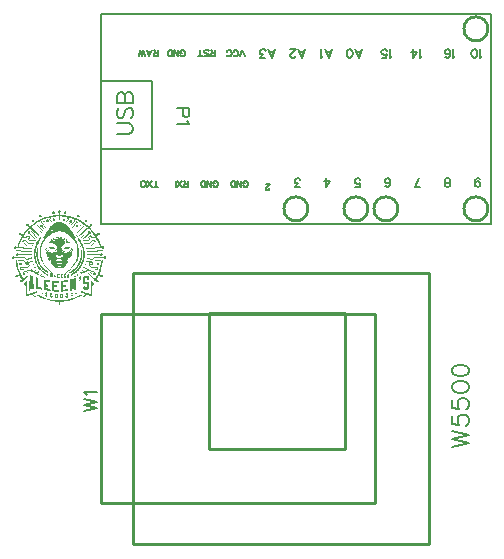
<source format=gto>
G04 Layer: TopSilkscreenLayer*
G04 EasyEDA v6.5.47, 2024-09-19 05:07:01*
G04 da73b591da4a40a19c68f2a140ff4f82,20cc673dbd184c8ca6733993ffc9aab1,10*
G04 Gerber Generator version 0.2*
G04 Scale: 100 percent, Rotated: No, Reflected: No *
G04 Dimensions in millimeters *
G04 leading zeros omitted , absolute positions ,4 integer and 5 decimal *
%FSLAX45Y45*%
%MOMM*%

%ADD10C,0.2032*%
%ADD11C,0.1524*%
%ADD12C,0.2000*%
%ADD13C,0.2540*%
%ADD14C,0.2032*%
%ADD15C,0.0111*%

%LPD*%
G36*
X6786524Y4153509D02*
G01*
X6783578Y4153458D01*
X6780022Y4152341D01*
X6777685Y4150868D01*
X6775805Y4148785D01*
X6774129Y4145279D01*
X6774129Y4139895D01*
X6775907Y4136186D01*
X6779615Y4132986D01*
X6779412Y4114088D01*
X6758736Y4113072D01*
X6738569Y4110990D01*
X6719163Y4108094D01*
X6706565Y4105605D01*
X6683603Y4099763D01*
X6667398Y4094886D01*
X6647180Y4087368D01*
X6630771Y4080408D01*
X6612280Y4071569D01*
X6589115Y4058513D01*
X6577787Y4051096D01*
X6563410Y4040733D01*
X6551218Y4031234D01*
X6536334Y4017772D01*
X6533946Y4019956D01*
X6525463Y4026915D01*
X6525869Y4031030D01*
X6524752Y4034942D01*
X6522720Y4037939D01*
X6519621Y4040073D01*
X6514998Y4041394D01*
X6510985Y4040936D01*
X6506667Y4038650D01*
X6504330Y4035450D01*
X6503009Y4031081D01*
X6503009Y4028541D01*
X6504787Y4023766D01*
X6508292Y4020210D01*
X6511239Y4018940D01*
X6518808Y4019346D01*
X6528206Y4011015D01*
X6528257Y4010355D01*
X6520637Y4003141D01*
X6509512Y3991610D01*
X6495846Y3975455D01*
X6486956Y3963670D01*
X6480149Y3953662D01*
X6473901Y3943553D01*
X6473494Y3943553D01*
X6466586Y3948684D01*
X6464096Y3950106D01*
X6463385Y3956050D01*
X6461658Y3959656D01*
X6458204Y3962400D01*
X6455460Y3963771D01*
X6448450Y3963771D01*
X6444284Y3961180D01*
X6442405Y3959047D01*
X6440728Y3955542D01*
X6440728Y3949649D01*
X6443421Y3944670D01*
X6447891Y3941775D01*
X6452260Y3941064D01*
X6455257Y3941572D01*
X6458508Y3942740D01*
X6460693Y3941368D01*
X6462369Y3939794D01*
X6469126Y3934968D01*
X6467652Y3933393D01*
X6467652Y3932936D01*
X6460794Y3921912D01*
X6452260Y3905402D01*
X6445046Y3889705D01*
X6441592Y3881069D01*
X6435648Y3863441D01*
X6431991Y3850335D01*
X6430416Y3842461D01*
X6424574Y3842715D01*
X6422948Y3845610D01*
X6420358Y3848252D01*
X6416548Y3849979D01*
X6410604Y3849674D01*
X6407302Y3848100D01*
X6404660Y3845509D01*
X6403086Y3842308D01*
X6402730Y3837127D01*
X6404610Y3832606D01*
X6407861Y3829710D01*
X6411010Y3828389D01*
X6417360Y3828287D01*
X6421170Y3830065D01*
X6424269Y3833418D01*
X6476949Y3833418D01*
X6479895Y3831488D01*
X6489852Y3822750D01*
X6550812Y3822344D01*
X6555638Y3821785D01*
X6556806Y3822700D01*
X6557822Y3830929D01*
X6552641Y3831793D01*
X6550050Y3830523D01*
X6493916Y3830523D01*
X6491325Y3832402D01*
X6482588Y3839870D01*
X6479286Y3842258D01*
X6443218Y3842004D01*
X6443218Y3843629D01*
X6446723Y3855465D01*
X6452870Y3873754D01*
X6460185Y3892194D01*
X6468414Y3909110D01*
X6477609Y3924808D01*
X6478778Y3927449D01*
X6479794Y3927449D01*
X6480302Y3926687D01*
X6485839Y3922877D01*
X6491427Y3920185D01*
X6498285Y3918407D01*
X6501130Y3918407D01*
X6504889Y3919524D01*
X6509512Y3921810D01*
X6511442Y3923487D01*
X6511442Y3924604D01*
X6513525Y3928618D01*
X6515862Y3930446D01*
X6518706Y3931564D01*
X6522262Y3931564D01*
X6525107Y3930446D01*
X6527444Y3928618D01*
X6529120Y3925417D01*
X6529120Y3922115D01*
X6527342Y3918407D01*
X6524294Y3915054D01*
X6520891Y3913936D01*
X6520688Y3912819D01*
X6528460Y3904894D01*
X6537756Y3896410D01*
X6576669Y3896969D01*
X6581698Y3895293D01*
X6582765Y3895699D01*
X6585203Y3900779D01*
X6585915Y3903268D01*
X6585051Y3904335D01*
X6580581Y3904843D01*
X6576720Y3903116D01*
X6540093Y3903675D01*
X6532930Y3910787D01*
X6537096Y3916934D01*
X6538468Y3920998D01*
X6538468Y3927246D01*
X6536842Y3931462D01*
X6533997Y3935526D01*
X6532270Y3937000D01*
X6528054Y3939692D01*
X6523888Y3940810D01*
X6517081Y3940759D01*
X6513017Y3939387D01*
X6511239Y3938473D01*
X6507581Y3935577D01*
X6502552Y3929329D01*
X6500266Y3927906D01*
X6497320Y3928414D01*
X6492290Y3930853D01*
X6484467Y3935933D01*
X6484518Y3936746D01*
X6488887Y3944162D01*
X6496253Y3954881D01*
X6506819Y3969054D01*
X6514592Y3978503D01*
X6522567Y3987241D01*
X6537452Y4002278D01*
X6582765Y3962298D01*
X6606387Y3941927D01*
X6610553Y3938625D01*
X6611569Y3938625D01*
X6614058Y3942130D01*
X6616242Y3944112D01*
X6616242Y3945534D01*
X6613093Y3948836D01*
X6545935Y4009694D01*
X6545935Y4010507D01*
X6555435Y4018889D01*
X6570167Y4030370D01*
X6579412Y4037177D01*
X6590792Y4044899D01*
X6606641Y4054500D01*
X6606997Y4054500D01*
X6610146Y4056430D01*
X6626148Y4064558D01*
X6637528Y4069994D01*
X6653936Y4077004D01*
X6663639Y4080764D01*
X6684670Y4087418D01*
X6703618Y4092549D01*
X6705955Y4093413D01*
X6706362Y4093006D01*
X6704177Y4088129D01*
X6701840Y4083608D01*
X6698640Y4078376D01*
X6699961Y4075734D01*
X6718198Y4053484D01*
X6719011Y4052062D01*
X6720281Y4052062D01*
X6723583Y4054652D01*
X6723583Y4055973D01*
X6708038Y4077208D01*
X6708038Y4078274D01*
X6712254Y4085082D01*
X6716014Y4092143D01*
X6716014Y4093616D01*
X6717487Y4095292D01*
X6726783Y4097020D01*
X6740855Y4099102D01*
X6751624Y4100271D01*
X6763715Y4101134D01*
X6764223Y4101439D01*
X6779412Y4101744D01*
X6779818Y4073702D01*
X6790029Y4073448D01*
X6790690Y4074922D01*
X6790994Y4101693D01*
X6808012Y4101490D01*
X6809689Y4101134D01*
X6820204Y4100322D01*
X6833260Y4098696D01*
X6852208Y4095546D01*
X6852767Y4091838D01*
X6854647Y4086504D01*
X6856323Y4083202D01*
X6859117Y4078630D01*
X6859625Y4076903D01*
X6844030Y4056379D01*
X6844030Y4055313D01*
X6844842Y4055313D01*
X6847687Y4052874D01*
X6848856Y4052874D01*
X6850735Y4055567D01*
X6852259Y4057192D01*
X6860489Y4067708D01*
X6861505Y4068724D01*
X6868007Y4077258D01*
X6868007Y4078681D01*
X6865061Y4084574D01*
X6862521Y4092143D01*
X6862521Y4093260D01*
X6863588Y4093260D01*
X6877913Y4089603D01*
X6888378Y4086606D01*
X6906615Y4080560D01*
X6921703Y4074668D01*
X6937248Y4067962D01*
X6956602Y4058107D01*
X6966915Y4052062D01*
X6967321Y4052062D01*
X6976973Y4046321D01*
X6985660Y4040530D01*
X6998309Y4031589D01*
X7008723Y4023360D01*
X7023150Y4011320D01*
X7024166Y4010151D01*
X7020204Y4007002D01*
X6978091Y3968546D01*
X6953453Y3945483D01*
X6953453Y3944112D01*
X6955586Y3942130D01*
X6958177Y3938168D01*
X6958584Y3938168D01*
X6961276Y3940048D01*
X6970115Y3947414D01*
X6996531Y3971391D01*
X7015581Y3988358D01*
X7031685Y4002125D01*
X7032447Y4002125D01*
X7041642Y3992829D01*
X7052614Y3981297D01*
X7060285Y3972610D01*
X7073036Y3955745D01*
X7082129Y3942537D01*
X7085634Y3936847D01*
X7085634Y3935780D01*
X7078725Y3931208D01*
X7072375Y3928414D01*
X7069277Y3927856D01*
X7067499Y3928922D01*
X7062368Y3935729D01*
X7058101Y3938879D01*
X7053427Y3940606D01*
X7048804Y3941064D01*
X7043470Y3940301D01*
X7038695Y3938015D01*
X7033971Y3933393D01*
X7032091Y3929329D01*
X7030923Y3925214D01*
X7030923Y3921912D01*
X7031786Y3918610D01*
X7032802Y3916527D01*
X7035190Y3913022D01*
X7037222Y3910888D01*
X7029450Y3903624D01*
X7002068Y3903014D01*
X6991502Y3903472D01*
X6988302Y3905351D01*
X6984441Y3904335D01*
X6983882Y3903421D01*
X6984949Y3900373D01*
X6987082Y3896258D01*
X6988251Y3895344D01*
X6991553Y3896461D01*
X7032193Y3896868D01*
X7038289Y3902506D01*
X7049211Y3913124D01*
X7047585Y3914292D01*
X7046874Y3914292D01*
X7043166Y3916781D01*
X7041083Y3920286D01*
X7040524Y3924909D01*
X7042403Y3928719D01*
X7045045Y3930700D01*
X7049008Y3931767D01*
X7053427Y3930650D01*
X7056272Y3928567D01*
X7059015Y3922725D01*
X7063282Y3920439D01*
X7069023Y3918407D01*
X7071563Y3918407D01*
X7076186Y3919524D01*
X7080808Y3921302D01*
X7085025Y3923436D01*
X7089648Y3926840D01*
X7089952Y3927449D01*
X7091070Y3927449D01*
X7100163Y3911600D01*
X7109561Y3892397D01*
X7113320Y3883355D01*
X7119315Y3867861D01*
X7125970Y3847236D01*
X7126986Y3842867D01*
X7126528Y3842410D01*
X7091273Y3842512D01*
X7088886Y3841648D01*
X7082078Y3836009D01*
X7075931Y3830523D01*
X7017664Y3830929D01*
X7013295Y3831132D01*
X7012279Y3830167D01*
X7014311Y3822090D01*
X7018070Y3822344D01*
X7079437Y3822750D01*
X7092137Y3833418D01*
X7146188Y3833418D01*
X7148322Y3830675D01*
X7153148Y3828287D01*
X7160463Y3828287D01*
X7164578Y3830777D01*
X7167270Y3834688D01*
X7167829Y3839260D01*
X7167321Y3842969D01*
X7165492Y3845610D01*
X7163308Y3847947D01*
X7159345Y3849928D01*
X7154062Y3849878D01*
X7150252Y3848201D01*
X7147458Y3845610D01*
X7146340Y3843020D01*
X7140295Y3842410D01*
X7139686Y3843121D01*
X7137450Y3853027D01*
X7135317Y3860850D01*
X7127646Y3883101D01*
X7120890Y3898798D01*
X7113168Y3914495D01*
X7106615Y3926027D01*
X7103872Y3930142D01*
X7101230Y3934866D01*
X7103364Y3936339D01*
X7110831Y3942334D01*
X7112863Y3942334D01*
X7113879Y3941318D01*
X7121245Y3941318D01*
X7125563Y3943502D01*
X7128154Y3946601D01*
X7129424Y3950309D01*
X7129424Y3955135D01*
X7127748Y3958640D01*
X7125157Y3961739D01*
X7121042Y3963771D01*
X7114692Y3963771D01*
X7110577Y3961739D01*
X7107681Y3958386D01*
X7105853Y3953001D01*
X7105853Y3949750D01*
X7103414Y3948531D01*
X7097674Y3944213D01*
X7096404Y3943045D01*
X7087463Y3956964D01*
X7080453Y3966870D01*
X7071207Y3978605D01*
X7064451Y3986631D01*
X7053325Y3998620D01*
X7041438Y4010151D01*
X7041438Y4011168D01*
X7043115Y4012285D01*
X7051141Y4019905D01*
X7052767Y4019042D01*
X7058050Y4019042D01*
X7061606Y4020718D01*
X7064603Y4023766D01*
X7066280Y4028135D01*
X7066280Y4031132D01*
X7065314Y4034485D01*
X7062876Y4038041D01*
X7059472Y4040225D01*
X7054748Y4041190D01*
X7050531Y4040428D01*
X7048195Y4039209D01*
X7045299Y4036720D01*
X7043572Y4032199D01*
X7043572Y4026560D01*
X7037019Y4021582D01*
X7032904Y4017721D01*
X7025640Y4024680D01*
X7018274Y4031081D01*
X7001865Y4044086D01*
X6986524Y4054754D01*
X6976008Y4061409D01*
X6960819Y4069943D01*
X6943344Y4078427D01*
X6928612Y4084929D01*
X6918096Y4089247D01*
X6909257Y4092498D01*
X6892188Y4098188D01*
X6877456Y4102303D01*
X6863588Y4105554D01*
X6851396Y4108043D01*
X6836664Y4110583D01*
X6823151Y4112209D01*
X6813905Y4113072D01*
X6800443Y4113936D01*
X6791198Y4114139D01*
X6790944Y4132579D01*
X6794042Y4135577D01*
X6796227Y4140098D01*
X6796125Y4145026D01*
X6795109Y4147515D01*
X6792975Y4150614D01*
X6789928Y4152493D01*
G37*
G36*
X6734759Y4144416D02*
G01*
X6730847Y4143197D01*
X6727037Y4139844D01*
X6725310Y4135323D01*
X6725310Y4131970D01*
X6726224Y4128973D01*
X6728459Y4125671D01*
X6733946Y4122928D01*
X6740245Y4123182D01*
X6744462Y4125264D01*
X6747103Y4129176D01*
X6748068Y4133697D01*
X6746646Y4138676D01*
X6743293Y4142384D01*
X6739432Y4144111D01*
G37*
G36*
X6834581Y4144416D02*
G01*
X6831990Y4144314D01*
X6830314Y4143908D01*
X6826961Y4142435D01*
X6823964Y4139285D01*
X6822744Y4136898D01*
X6822744Y4130141D01*
X6825284Y4126128D01*
X6828485Y4123944D01*
X6832295Y4122877D01*
X6837222Y4123334D01*
X6841286Y4125468D01*
X6843979Y4129379D01*
X6844944Y4133087D01*
X6844436Y4136694D01*
X6842099Y4140860D01*
X6838797Y4143197D01*
G37*
G36*
X6944004Y4115968D02*
G01*
X6939940Y4114596D01*
X6936638Y4111447D01*
X6934758Y4107942D01*
X6934758Y4100931D01*
X6937603Y4096664D01*
X6941058Y4094479D01*
X6944410Y4093616D01*
X6949897Y4094073D01*
X6952843Y4095292D01*
X6955028Y4097629D01*
X6956856Y4100829D01*
X6957364Y4106011D01*
X6955891Y4110380D01*
X6953402Y4113529D01*
X6949744Y4115612D01*
G37*
G36*
X6621932Y4115917D02*
G01*
X6619392Y4115257D01*
X6616903Y4113987D01*
X6614210Y4111244D01*
X6612331Y4107942D01*
X6612331Y4101337D01*
X6614210Y4098036D01*
X6616293Y4095851D01*
X6619849Y4094175D01*
X6623507Y4093210D01*
X6627825Y4094226D01*
X6630162Y4095394D01*
X6632803Y4098036D01*
X6634886Y4102455D01*
X6635292Y4105859D01*
X6633413Y4110736D01*
X6630416Y4113987D01*
X6627012Y4115663D01*
G37*
G36*
X6738112Y4084624D02*
G01*
X6736029Y4083913D01*
X6733489Y4082643D01*
X6731253Y4080306D01*
X6729374Y4077004D01*
X6729391Y4073144D01*
X6738772Y4073144D01*
X6738772Y4075023D01*
X6739331Y4075531D01*
X6740753Y4075531D01*
X6741871Y4074210D01*
X6739991Y4072686D01*
X6738772Y4073144D01*
X6729391Y4073144D01*
X6729425Y4071213D01*
X6730593Y4068521D01*
X6733692Y4065320D01*
X6736892Y4063847D01*
X6741617Y4063492D01*
X6745986Y4064914D01*
X6748932Y4067403D01*
X6750558Y4070553D01*
X6751066Y4075074D01*
X6749643Y4079443D01*
X6747560Y4082135D01*
X6744004Y4084167D01*
G37*
G36*
X6821474Y4084624D02*
G01*
X6818071Y4083354D01*
X6815023Y4080916D01*
X6812838Y4076598D01*
X6812838Y4074363D01*
X6822490Y4074363D01*
X6823506Y4075582D01*
X6825284Y4075328D01*
X6825284Y4072890D01*
X6823456Y4072585D01*
X6822490Y4074363D01*
X6812838Y4074363D01*
X6812838Y4071416D01*
X6814616Y4067708D01*
X6817868Y4064863D01*
X6821068Y4063441D01*
X6826961Y4063390D01*
X6830314Y4064914D01*
X6832752Y4067098D01*
X6834733Y4071213D01*
X6834733Y4076700D01*
X6833514Y4079595D01*
X6831279Y4082186D01*
X6827520Y4084320D01*
G37*
G36*
X6682994Y4075988D02*
G01*
X6677710Y4074109D01*
X6674764Y4071315D01*
X6673189Y4068318D01*
X6672241Y4064050D01*
X6682333Y4064050D01*
X6683298Y4065828D01*
X6684264Y4066438D01*
X6685686Y4066489D01*
X6687007Y4065168D01*
X6687007Y4063593D01*
X6685280Y4061917D01*
X6684416Y4061917D01*
X6682892Y4062729D01*
X6682333Y4064050D01*
X6672241Y4064050D01*
X6672173Y4063746D01*
X6673494Y4059275D01*
X6675983Y4055364D01*
X6679234Y4053281D01*
X6684060Y4052062D01*
X6686448Y4052062D01*
X6690563Y4046880D01*
X6695389Y4041851D01*
X6700012Y4036161D01*
X6700012Y4035551D01*
X6701078Y4035551D01*
X6704685Y4038904D01*
X6704685Y4039565D01*
X6696862Y4048506D01*
X6692392Y4054551D01*
X6693611Y4055973D01*
X6695998Y4060088D01*
X6696049Y4067505D01*
X6694220Y4071264D01*
X6691020Y4074007D01*
X6687362Y4075633D01*
G37*
G36*
X6558788Y4075582D02*
G01*
X6555790Y4074464D01*
X6553962Y4073245D01*
X6552387Y4071213D01*
X6550863Y4068318D01*
X6550812Y4063390D01*
X6551980Y4060494D01*
X6554063Y4058005D01*
X6556705Y4056278D01*
X6561023Y4055211D01*
X6565087Y4056278D01*
X6568643Y4058615D01*
X6570878Y4063136D01*
X6571284Y4066286D01*
X6570370Y4069638D01*
X6567881Y4073042D01*
X6564172Y4075176D01*
G37*
G36*
X7010908Y4075125D02*
G01*
X7006285Y4075074D01*
X7002932Y4073601D01*
X7000798Y4071518D01*
X6998919Y4068064D01*
X6998919Y4062526D01*
X7001306Y4058818D01*
X7003999Y4056583D01*
X7007148Y4055770D01*
X7010501Y4055770D01*
X7013854Y4056684D01*
X7017766Y4060494D01*
X7018832Y4064203D01*
X7018375Y4068724D01*
X7017054Y4071213D01*
X7014108Y4074058D01*
G37*
G36*
X6879996Y4071010D02*
G01*
X6875780Y4069334D01*
X6872731Y4066641D01*
X6870801Y4062984D01*
X6870769Y4060748D01*
X6880148Y4060748D01*
X6881164Y4061917D01*
X6883603Y4060951D01*
X6884111Y4059021D01*
X6883044Y4057751D01*
X6880402Y4058005D01*
X6880148Y4060748D01*
X6870769Y4060748D01*
X6870750Y4055973D01*
X6873138Y4051249D01*
X6873900Y4050741D01*
X6873900Y4049623D01*
X6868312Y4042867D01*
X6865061Y4039870D01*
X6865061Y4039158D01*
X6869023Y4035551D01*
X6879590Y4047388D01*
X6885482Y4047845D01*
X6888784Y4049217D01*
X6891426Y4051909D01*
X6893458Y4055922D01*
X6893814Y4060698D01*
X6892747Y4064304D01*
X6889699Y4068267D01*
X6884720Y4070705D01*
G37*
G36*
X6654342Y4068064D02*
G01*
X6652412Y4067657D01*
X6649618Y4064914D01*
X6649161Y4062577D01*
X6649821Y4059072D01*
X6650990Y4057700D01*
X6654342Y4056176D01*
X6656476Y4056176D01*
X6685534Y4025137D01*
X6686194Y4023969D01*
X6687210Y4024020D01*
X6689293Y4025849D01*
X6690461Y4027271D01*
X6680098Y4039057D01*
X6674053Y4045204D01*
X6665772Y4054297D01*
X6665214Y4054703D01*
X6660388Y4060291D01*
X6660896Y4061815D01*
X6660083Y4065371D01*
X6657746Y4067657D01*
G37*
G36*
X6911035Y4067708D02*
G01*
X6908495Y4065371D01*
X6907987Y4063390D01*
X6907784Y4059986D01*
X6889648Y4041089D01*
X6878523Y4028643D01*
X6878523Y4027322D01*
X6880199Y4026814D01*
X6881063Y4025239D01*
X6882638Y4025239D01*
X6884060Y4027322D01*
X6911441Y4056176D01*
X6914235Y4056176D01*
X6917181Y4057396D01*
X6918959Y4059580D01*
X6918959Y4064914D01*
X6916064Y4067708D01*
G37*
G36*
X6638544Y4059478D02*
G01*
X6634581Y4059428D01*
X6631228Y4057599D01*
X6629298Y4054297D01*
X6629298Y4050334D01*
X6630466Y4048099D01*
X6632448Y4046372D01*
X6635242Y4045305D01*
X6639712Y4045864D01*
X6649821Y4035755D01*
X6653326Y4031792D01*
X6653377Y4025442D01*
X6653936Y4024020D01*
X6658711Y4018787D01*
X6671106Y4006087D01*
X6672478Y4008120D01*
X6674764Y4010355D01*
X6674764Y4010914D01*
X6659422Y4026052D01*
X6658813Y4027474D01*
X6658254Y4035755D01*
X6654800Y4038650D01*
X6642811Y4050487D01*
X6643725Y4052163D01*
X6642608Y4055465D01*
G37*
G36*
X6930542Y4059478D02*
G01*
X6928002Y4057904D01*
X6926580Y4056329D01*
X6925259Y4053281D01*
X6925259Y4050487D01*
X6910730Y4035856D01*
X6910120Y4034790D01*
X6909562Y4027627D01*
X6893712Y4011828D01*
X6893712Y4010558D01*
X6896201Y4008170D01*
X6896201Y4007510D01*
X6897725Y4007510D01*
X6908190Y4018432D01*
X6912406Y4022547D01*
X6914743Y4024172D01*
X6915251Y4031640D01*
X6916216Y4033418D01*
X6928764Y4046321D01*
X6930085Y4045762D01*
X6933184Y4045356D01*
X6935978Y4046270D01*
X6938213Y4048099D01*
X6939584Y4050741D01*
X6939534Y4053484D01*
X6938518Y4055973D01*
X6937248Y4057700D01*
X6934301Y4059478D01*
G37*
G36*
X6784441Y4054805D02*
G01*
X6775602Y4053281D01*
X6762445Y4049979D01*
X6752031Y4046270D01*
X6741922Y4042105D01*
X6729730Y4035856D01*
X6722973Y4031437D01*
X6712254Y4023106D01*
X6700012Y4011879D01*
X6700012Y4011218D01*
X6701485Y4011777D01*
X6706158Y4014774D01*
X6714134Y4018534D01*
X6720027Y4021023D01*
X6723583Y4022242D01*
X6723583Y4021683D01*
X6709918Y4013504D01*
X6703618Y4008983D01*
X6695186Y4002430D01*
X6687312Y3994912D01*
X6684772Y3991356D01*
X6685330Y3990797D01*
X6685940Y3991610D01*
X6689293Y3994150D01*
X6698335Y4000042D01*
X6698742Y4000042D01*
X6708444Y4005478D01*
X6708038Y4004360D01*
X6706311Y4003344D01*
X6698810Y3997198D01*
X6820560Y3997198D01*
X6820001Y3996639D01*
X6819442Y3997198D01*
X6698810Y3997198D01*
X6678879Y3980078D01*
X6671564Y3971798D01*
X6661708Y3958640D01*
X6661708Y3957980D01*
X6662369Y3958031D01*
X6672122Y3966870D01*
X6677863Y3971798D01*
X6691274Y3982364D01*
X6692900Y3983177D01*
X6692900Y3982872D01*
X6682079Y3970578D01*
X6662877Y3946753D01*
X6653022Y3932224D01*
X6648856Y3925417D01*
X6648297Y3924808D01*
X6645300Y3919524D01*
X6645757Y3919067D01*
X6674967Y3947972D01*
X6687058Y3959199D01*
X6703212Y3971848D01*
X6709105Y3976065D01*
X6722313Y3984345D01*
X6730288Y3988511D01*
X6741617Y3993845D01*
X6749491Y3996740D01*
X6747814Y3995470D01*
X6739839Y3990848D01*
X6725716Y3981704D01*
X6709511Y3970426D01*
X6695541Y3959047D01*
X6688886Y3953256D01*
X6670751Y3935526D01*
X6663181Y3926840D01*
X6653022Y3914038D01*
X6643776Y3900474D01*
X6638493Y3891432D01*
X6634784Y3884168D01*
X6631330Y3875684D01*
X6628485Y3867048D01*
X6627164Y3862070D01*
X6624269Y3847236D01*
X6622999Y3836720D01*
X6621729Y3821684D01*
X6620865Y3788664D01*
X6621780Y3775049D01*
X6622592Y3770020D01*
X6622592Y3767074D01*
X6624320Y3758133D01*
X6626910Y3747820D01*
X6630924Y3735882D01*
X6634835Y3726840D01*
X6638239Y3720185D01*
X6643776Y3710686D01*
X6653682Y3696055D01*
X6659829Y3688029D01*
X6668211Y3677716D01*
X6682079Y3662426D01*
X6689394Y3655009D01*
X6701942Y3643020D01*
X6726326Y3621684D01*
X6731355Y3618128D01*
X6732473Y3618128D01*
X6732473Y3619246D01*
X6728917Y3623665D01*
X6697218Y3655415D01*
X6693103Y3659987D01*
X6687921Y3665321D01*
X6673392Y3682644D01*
X6659219Y3702710D01*
X6656324Y3707384D01*
X6651142Y3716477D01*
X6645656Y3727551D01*
X6640779Y3739591D01*
X6638594Y3746601D01*
X6635597Y3759403D01*
X6633921Y3768445D01*
X6633108Y3775456D01*
X6631838Y3792372D01*
X6631838Y3817975D01*
X6633108Y3838143D01*
X6633870Y3844747D01*
X6635546Y3853840D01*
X6637274Y3860850D01*
X6640322Y3869436D01*
X6643319Y3875278D01*
X6647129Y3881882D01*
X6656171Y3895242D01*
X6663334Y3904742D01*
X6675069Y3917746D01*
X6689293Y3931462D01*
X6698132Y3938828D01*
X6708038Y3946042D01*
X6715810Y3951274D01*
X6728053Y3958336D01*
X6738112Y3963263D01*
X6750761Y3968191D01*
X6760464Y3971188D01*
X6766102Y3972610D01*
X6772046Y3973829D01*
X6782409Y3975404D01*
X6793280Y3974896D01*
X6798309Y3974084D01*
X6805930Y3972509D01*
X6812229Y3970883D01*
X6824878Y3966565D01*
X6842963Y3958132D01*
X6853275Y3952290D01*
X6868210Y3942181D01*
X6882942Y3930192D01*
X6896862Y3916527D01*
X6909968Y3901287D01*
X6917690Y3890772D01*
X6922414Y3883609D01*
X6926325Y3876954D01*
X6931406Y3866235D01*
X6934047Y3857955D01*
X6936587Y3845610D01*
X6937451Y3838600D01*
X6938518Y3827018D01*
X6938518Y3782466D01*
X6937451Y3772560D01*
X6935774Y3761841D01*
X6932726Y3748633D01*
X6929374Y3737914D01*
X6926884Y3731717D01*
X6924852Y3727399D01*
X6924852Y3726942D01*
X6919518Y3716477D01*
X6912914Y3704945D01*
X6904532Y3692550D01*
X6894423Y3679342D01*
X6884314Y3667404D01*
X6867804Y3649675D01*
X6837222Y3619246D01*
X6837578Y3618331D01*
X6839000Y3618026D01*
X6841032Y3618534D01*
X6853275Y3628847D01*
X6868617Y3642766D01*
X6882993Y3656685D01*
X6895592Y3669893D01*
X6909460Y3685946D01*
X6919874Y3699459D01*
X6928053Y3711549D01*
X6936130Y3726434D01*
X6939889Y3735019D01*
X6943293Y3744925D01*
X6944969Y3750716D01*
X6946646Y3758133D01*
X6947966Y3766515D01*
X6948830Y3774643D01*
X6949948Y3793591D01*
X6949236Y3796080D01*
X6949236Y3814216D01*
X6948017Y3835298D01*
X6946696Y3846423D01*
X6944664Y3857142D01*
X6942531Y3865372D01*
X6939483Y3874871D01*
X6936282Y3882745D01*
X6932015Y3891635D01*
X6927240Y3899611D01*
X6922160Y3907231D01*
X6916064Y3915714D01*
X6906107Y3928567D01*
X6901078Y3934256D01*
X6890816Y3944975D01*
X6879590Y3955389D01*
X6864858Y3967327D01*
X6854342Y3975150D01*
X6842099Y3983482D01*
X6823354Y3995115D01*
X6822744Y3995115D01*
X6820662Y3996740D01*
X6821982Y3996740D01*
X6834124Y3991660D01*
X6846722Y3985361D01*
X6855459Y3980230D01*
X6865264Y3973525D01*
X6870750Y3969410D01*
X6883958Y3958793D01*
X6901484Y3942232D01*
X6924852Y3919067D01*
X6924802Y3920236D01*
X6916267Y3933850D01*
X6909562Y3943756D01*
X6891985Y3965803D01*
X6883603Y3975709D01*
X6877100Y3982720D01*
X6877964Y3982720D01*
X6898081Y3967073D01*
X6908444Y3957929D01*
X6908444Y3958793D01*
X6898386Y3971848D01*
X6892340Y3978808D01*
X6889242Y3981754D01*
X6871614Y3996740D01*
X6863689Y4003141D01*
X6860641Y4005884D01*
X6874509Y3998264D01*
X6882942Y3992676D01*
X6884060Y3991711D01*
X6884568Y3992219D01*
X6881266Y3996131D01*
X6875932Y4001312D01*
X6866534Y4008729D01*
X6855815Y4016197D01*
X6846519Y4021683D01*
X6846519Y4022445D01*
X6855612Y4018889D01*
X6866534Y4013098D01*
X6868159Y4011625D01*
X6869277Y4011625D01*
X6869277Y4012031D01*
X6861505Y4019550D01*
X6854342Y4025849D01*
X6843775Y4033774D01*
X6836206Y4038295D01*
X6826554Y4043324D01*
X6813905Y4048251D01*
X6805472Y4050893D01*
X6799173Y4052468D01*
X6789064Y4054449D01*
G37*
G36*
X6634734Y4033062D02*
G01*
X6633311Y4033012D01*
X6628942Y4031386D01*
X6626301Y4028744D01*
X6625183Y4026255D01*
X6624218Y4022344D01*
X6625234Y4018432D01*
X6627317Y4015181D01*
X6629095Y4013657D01*
X6632041Y4012387D01*
X6638645Y4012641D01*
X6654901Y3995724D01*
X6656476Y3993845D01*
X6660591Y3997960D01*
X6652361Y4006850D01*
X6643624Y4015689D01*
X6643624Y4016197D01*
X6645300Y4019397D01*
X6645300Y4025493D01*
X6643370Y4029151D01*
X6639306Y4032148D01*
X6636156Y4033062D01*
G37*
G36*
X6929628Y4032250D02*
G01*
X6925868Y4029862D01*
X6923278Y4026865D01*
X6922312Y4021531D01*
X6923278Y4017772D01*
X6923989Y4017314D01*
X6923989Y4015536D01*
X6915048Y4006443D01*
X6907987Y3998925D01*
X6907987Y3997756D01*
X6911390Y3994505D01*
X6922058Y4005630D01*
X6929170Y4012488D01*
X6931355Y4011980D01*
X6934860Y4011523D01*
X6938111Y4012539D01*
X6940905Y4014673D01*
X6943344Y4018838D01*
X6943344Y4024731D01*
X6942124Y4027678D01*
X6939381Y4030675D01*
X6935724Y4032250D01*
G37*
G36*
X6600494Y4030573D02*
G01*
X6597903Y4029049D01*
X6596481Y4026915D01*
X6596481Y4022445D01*
X6598361Y4019702D01*
X6600901Y4018279D01*
X6605219Y4018229D01*
X6606489Y4016349D01*
X6644487Y3976776D01*
X6644487Y3976115D01*
X6645656Y3976115D01*
X6648653Y3979113D01*
X6648653Y3979926D01*
X6645097Y3984193D01*
X6635851Y3994099D01*
X6609080Y4021886D01*
X6609080Y4026255D01*
X6607403Y4028948D01*
X6604660Y4030573D01*
G37*
G36*
X6965035Y4030573D02*
G01*
X6961428Y4028846D01*
X6960209Y4026509D01*
X6960209Y4022140D01*
X6953758Y4015130D01*
X6919772Y3980027D01*
X6919772Y3979113D01*
X6922820Y3976115D01*
X6923938Y3976115D01*
X6925056Y3977690D01*
X6964019Y4018229D01*
X6968998Y4018229D01*
X6971944Y4021074D01*
X6972960Y4024325D01*
X6972401Y4027220D01*
X6970572Y4029456D01*
X6967829Y4030573D01*
G37*
G36*
X6577330Y4024376D02*
G01*
X6573672Y4020769D01*
X6577634Y4016349D01*
X6627875Y3966870D01*
X6633159Y3961942D01*
X6636512Y3965498D01*
X6636258Y3966159D01*
X6625386Y3977182D01*
X6579006Y4023258D01*
X6578346Y4024376D01*
G37*
G36*
X6991146Y4024376D02*
G01*
X6968388Y4001922D01*
X6932828Y3966210D01*
X6932828Y3965549D01*
X6935520Y3962095D01*
X6936435Y3962095D01*
X6994499Y4019956D01*
X6995210Y4021175D01*
X6992010Y4024376D01*
G37*
G36*
X7024928Y3984396D02*
G01*
X7024420Y3984294D01*
X6990638Y3951173D01*
X6985457Y3946499D01*
X6985457Y3943502D01*
X6986778Y3941572D01*
X6985914Y3939946D01*
X6974128Y3928821D01*
X6969506Y3925620D01*
X6969455Y3924655D01*
X6972198Y3920032D01*
X6973620Y3920236D01*
X6990283Y3936441D01*
X6995007Y3938625D01*
X6996430Y3940149D01*
X6996938Y3943045D01*
X6995159Y3947007D01*
X6996531Y3949141D01*
X7027976Y3980027D01*
X7027976Y3981094D01*
G37*
G36*
X6543548Y3983939D02*
G01*
X6540906Y3981246D01*
X6540906Y3979519D01*
X6572453Y3948684D01*
X6573367Y3946550D01*
X6572046Y3943451D01*
X6572046Y3940403D01*
X6574383Y3938320D01*
X6579006Y3936237D01*
X6595109Y3921048D01*
X6597294Y3919931D01*
X6598513Y3920896D01*
X6599021Y3923029D01*
X6600698Y3925265D01*
X6600190Y3926636D01*
X6599123Y3926636D01*
X6595109Y3929227D01*
X6584950Y3938371D01*
X6582613Y3941572D01*
X6583425Y3943604D01*
X6583425Y3945991D01*
X6552590Y3975912D01*
X6545732Y3982821D01*
G37*
G36*
X7038289Y3978148D02*
G01*
X7035749Y3977538D01*
X7032599Y3976014D01*
X7030364Y3973474D01*
X7028230Y3968902D01*
X7028281Y3965346D01*
X7037984Y3965346D01*
X7037984Y3967479D01*
X7039051Y3968699D01*
X7041184Y3968699D01*
X7042708Y3967327D01*
X7042708Y3965498D01*
X7041337Y3964127D01*
X7038746Y3964584D01*
X7037984Y3965346D01*
X7028281Y3965346D01*
X7028281Y3962298D01*
X7030618Y3957370D01*
X6997446Y3925366D01*
X6990181Y3919575D01*
X6989673Y3918305D01*
X6989673Y3916781D01*
X6992518Y3913835D01*
X6994550Y3913835D01*
X6995820Y3914901D01*
X6999122Y3919016D01*
X7035698Y3954627D01*
X7037730Y3953865D01*
X7041743Y3953865D01*
X7046315Y3955186D01*
X7050125Y3959047D01*
X7051751Y3962298D01*
X7052056Y3968953D01*
X7050278Y3972661D01*
X7047839Y3975557D01*
X7043623Y3977792D01*
G37*
G36*
X6525514Y3977792D02*
G01*
X6521348Y3975811D01*
X6518300Y3972610D01*
X6516471Y3968191D01*
X6516471Y3965549D01*
X6526174Y3965549D01*
X6526174Y3966870D01*
X6527495Y3968699D01*
X6529781Y3968699D01*
X6530797Y3967734D01*
X6530797Y3965143D01*
X6529781Y3964178D01*
X6527698Y3964178D01*
X6526174Y3965549D01*
X6516471Y3965549D01*
X6516471Y3963771D01*
X6518300Y3959098D01*
X6521551Y3955592D01*
X6525920Y3953764D01*
X6533235Y3954170D01*
X6551625Y3936746D01*
X6575501Y3913479D01*
X6577380Y3914190D01*
X6579666Y3916832D01*
X6579412Y3920185D01*
X6574790Y3922928D01*
X6569760Y3927144D01*
X6538772Y3956964D01*
X6538315Y3958437D01*
X6539077Y3959453D01*
X6540296Y3963162D01*
X6540246Y3968496D01*
X6539077Y3971391D01*
X6536080Y3975354D01*
X6530898Y3977792D01*
G37*
G36*
X6928205Y3946956D02*
G01*
X6928205Y3946194D01*
X6929018Y3945432D01*
X6935317Y3933037D01*
X6939940Y3922318D01*
X6943039Y3914495D01*
X6945884Y3905859D01*
X6945884Y3904792D01*
X6947662Y3901744D01*
X6950811Y3897172D01*
X6957110Y3886860D01*
X6963511Y3875278D01*
X6969963Y3861257D01*
X6977583Y3841445D01*
X6982815Y3822090D01*
X6985406Y3808882D01*
X6987336Y3794455D01*
X6987286Y3769715D01*
X6985406Y3754831D01*
X6982561Y3739184D01*
X6980377Y3731310D01*
X6976922Y3720592D01*
X6973214Y3711092D01*
X6966000Y3695852D01*
X6961733Y3688435D01*
X6952843Y3675227D01*
X6945325Y3665321D01*
X6938213Y3657092D01*
X6923125Y3642461D01*
X6910324Y3632047D01*
X6903872Y3627272D01*
X6890512Y3619144D01*
X6881266Y3614267D01*
X6880656Y3613353D01*
X6880656Y3599586D01*
X6881418Y3599129D01*
X6895592Y3605784D01*
X6906107Y3612032D01*
X6917791Y3619855D01*
X6923278Y3624072D01*
X6931761Y3631031D01*
X6936841Y3635603D01*
X6944410Y3643071D01*
X6950709Y3650132D01*
X6959650Y3661003D01*
X6968388Y3673297D01*
X6972706Y3679748D01*
X6978548Y3690061D01*
X6985355Y3704132D01*
X6988505Y3711549D01*
X6992975Y3724706D01*
X6996379Y3737914D01*
X6998512Y3747820D01*
X7000138Y3758133D01*
X7001459Y3770122D01*
X7001459Y3794048D01*
X7000595Y3802684D01*
X6998563Y3815892D01*
X6997192Y3822496D01*
X6993381Y3838143D01*
X6987438Y3856329D01*
X6982510Y3868470D01*
X6977125Y3879799D01*
X6972808Y3887927D01*
X6966813Y3897985D01*
X6958177Y3910736D01*
X6945223Y3927652D01*
X6931050Y3944162D01*
G37*
G36*
X6641236Y3946448D02*
G01*
X6625285Y3928211D01*
X6614312Y3913632D01*
X6607352Y3903726D01*
X6599936Y3891787D01*
X6592316Y3877360D01*
X6586372Y3864305D01*
X6586372Y3863695D01*
X6584137Y3858361D01*
X6580835Y3849319D01*
X6576212Y3833418D01*
X6574129Y3824782D01*
X6571589Y3811371D01*
X6569506Y3792778D01*
X6569506Y3771493D01*
X6571234Y3756101D01*
X6572961Y3745331D01*
X6576364Y3730091D01*
X6580835Y3715969D01*
X6585508Y3704742D01*
X6585508Y3704336D01*
X6592671Y3689654D01*
X6599021Y3678834D01*
X6606031Y3668217D01*
X6614922Y3656685D01*
X6623202Y3647186D01*
X6635394Y3635146D01*
X6643014Y3628491D01*
X6653479Y3620363D01*
X6662775Y3613861D01*
X6677101Y3605631D01*
X6691122Y3598722D01*
X6692442Y3598722D01*
X6692544Y3604260D01*
X6692849Y3606342D01*
X6692392Y3613099D01*
X6683400Y3617976D01*
X6674154Y3623310D01*
X6664452Y3629812D01*
X6648043Y3642512D01*
X6634225Y3655822D01*
X6627825Y3662883D01*
X6620662Y3671824D01*
X6614210Y3681018D01*
X6607098Y3692144D01*
X6603390Y3698748D01*
X6598615Y3709060D01*
X6593636Y3721404D01*
X6589826Y3734206D01*
X6587642Y3742893D01*
X6585610Y3754018D01*
X6583730Y3773830D01*
X6584238Y3798163D01*
X6585458Y3808476D01*
X6587134Y3818585D01*
X6588963Y3827018D01*
X6592722Y3839819D01*
X6596024Y3849725D01*
X6603339Y3867810D01*
X6609384Y3879799D01*
X6615023Y3889654D01*
X6616700Y3891889D01*
X6616700Y3892499D01*
X6623507Y3902405D01*
X6624980Y3906215D01*
X6628079Y3915968D01*
X6631838Y3925519D01*
X6631838Y3926281D01*
X6638848Y3940505D01*
X6641947Y3945636D01*
X6641947Y3946448D01*
G37*
G36*
X6789369Y3925824D02*
G01*
X6788962Y3924757D01*
X6789470Y3921556D01*
X6802526Y3920439D01*
X6811365Y3919220D01*
X6820001Y3917594D01*
X6827824Y3915562D01*
X6836409Y3912920D01*
X6836409Y3915714D01*
X6827367Y3919169D01*
X6818985Y3921607D01*
X6807149Y3924096D01*
X6800850Y3924960D01*
X6791604Y3925824D01*
G37*
G36*
X6778142Y3925722D02*
G01*
X6765086Y3924147D01*
X6759600Y3923233D01*
X6750761Y3921201D01*
X6737299Y3916730D01*
X6734556Y3915460D01*
X6734556Y3912514D01*
X6736435Y3912971D01*
X6742175Y3915054D01*
X6756247Y3918407D01*
X6763410Y3919677D01*
X6769303Y3920439D01*
X6781190Y3921251D01*
X6782612Y3921810D01*
X6782358Y3925620D01*
G37*
G36*
X6782053Y3915918D02*
G01*
X6776466Y3915816D01*
X6763410Y3914241D01*
X6757924Y3913378D01*
X6746951Y3910939D01*
X6734759Y3906977D01*
X6734505Y3898442D01*
X6735267Y3897731D01*
X6738975Y3899255D01*
X6746544Y3901033D01*
X6751167Y3901490D01*
X6737299Y3896055D01*
X6734759Y3894632D01*
X6734556Y3871518D01*
X6739737Y3869334D01*
X6740448Y3869791D01*
X6740448Y3874058D01*
X6739585Y3881272D01*
X6740499Y3882898D01*
X6743700Y3882898D01*
X6744665Y3881831D01*
X6743649Y3879189D01*
X6744665Y3877564D01*
X6744665Y3868013D01*
X6745528Y3866438D01*
X6750761Y3863594D01*
X6755384Y3860190D01*
X6759905Y3855923D01*
X6763258Y3851097D01*
X6766153Y3844899D01*
X6767169Y3845255D01*
X6767474Y3850132D01*
X6766458Y3855923D01*
X6765696Y3857345D01*
X6765696Y3858615D01*
X6767017Y3860546D01*
X6769150Y3861104D01*
X6770674Y3860596D01*
X6771284Y3859174D01*
X6771640Y3846068D01*
X6772605Y3844899D01*
X6780072Y3844950D01*
X6779818Y3839413D01*
X6772808Y3839210D01*
X6773062Y3830116D01*
X6772097Y3829202D01*
X6769963Y3829710D01*
X6769100Y3832809D01*
X6769049Y3838143D01*
X6768236Y3839413D01*
X6766763Y3838498D01*
X6765340Y3831590D01*
X6765747Y3830218D01*
X6766915Y3829761D01*
X6773265Y3825036D01*
X6773265Y3823055D01*
X6771995Y3820617D01*
X6768693Y3820617D01*
X6766559Y3821429D01*
X6762800Y3824833D01*
X6760819Y3824376D01*
X6759803Y3822242D01*
X6759803Y3820617D01*
X6762699Y3819448D01*
X6764172Y3817264D01*
X6763054Y3814216D01*
X6760514Y3810508D01*
X6758482Y3808577D01*
X6758838Y3807663D01*
X6761073Y3806545D01*
X6762394Y3804564D01*
X6761937Y3803091D01*
X6759448Y3800398D01*
X6756857Y3800398D01*
X6755536Y3803700D01*
X6755079Y3803700D01*
X6751523Y3800601D01*
X6749643Y3799281D01*
X6750456Y3792778D01*
X6749745Y3791458D01*
X6748678Y3791051D01*
X6746798Y3791712D01*
X6746290Y3794861D01*
X6745376Y3797960D01*
X6744208Y3797960D01*
X6741515Y3795471D01*
X6741058Y3789883D01*
X6741820Y3784549D01*
X6741922Y3780891D01*
X6739788Y3779672D01*
X6737350Y3780840D01*
X6737197Y3793591D01*
X6736181Y3796284D01*
X6735419Y3796284D01*
X6735419Y3794760D01*
X6734048Y3793642D01*
X6731457Y3794658D01*
X6730847Y3793693D01*
X6730238Y3785108D01*
X6731203Y3780485D01*
X6731203Y3777691D01*
X6728256Y3776472D01*
X6726529Y3777538D01*
X6726021Y3779469D01*
X6727088Y3782669D01*
X6726580Y3790746D01*
X6726021Y3793794D01*
X6722872Y3793794D01*
X6722364Y3792524D01*
X6722364Y3787190D01*
X6718350Y3787444D01*
X6717639Y3796893D01*
X6716979Y3797604D01*
X6718046Y3801059D01*
X6718503Y3804056D01*
X6717487Y3804869D01*
X6713931Y3805377D01*
X6711899Y3804869D01*
X6711086Y3802684D01*
X6710324Y3799382D01*
X6708495Y3798570D01*
X6707530Y3796284D01*
X6707886Y3788257D01*
X6708495Y3786936D01*
X6707073Y3785514D01*
X6703212Y3785768D01*
X6703466Y3797757D01*
X6702755Y3798671D01*
X6698488Y3800297D01*
X6694728Y3802837D01*
X6690563Y3805072D01*
X6688378Y3807053D01*
X6687464Y3805986D01*
X6687362Y3782923D01*
X6686600Y3782161D01*
X6684467Y3782720D01*
X6683400Y3784549D01*
X6683349Y3811524D01*
X6682231Y3812794D01*
X6680809Y3812794D01*
X6677558Y3808171D01*
X6676491Y3803091D01*
X6676440Y3792372D01*
X6677304Y3784955D01*
X6678218Y3779977D01*
X6681470Y3768851D01*
X6683044Y3765143D01*
X6684162Y3761232D01*
X6684975Y3760724D01*
X6684619Y3779367D01*
X6685330Y3779367D01*
X6686245Y3777132D01*
X6687870Y3770528D01*
X6689140Y3760622D01*
X6690309Y3756355D01*
X6691223Y3754577D01*
X6693458Y3753764D01*
X6694576Y3754221D01*
X6694474Y3766261D01*
X6695287Y3767074D01*
X6698538Y3766820D01*
X6698545Y3765956D01*
X6757924Y3765956D01*
X6758025Y3774236D01*
X6760718Y3781044D01*
X6761480Y3781501D01*
X6761480Y3778504D01*
X6762699Y3776218D01*
X6764832Y3774846D01*
X6765594Y3774846D01*
X6766661Y3780840D01*
X6767525Y3782466D01*
X6769100Y3777437D01*
X6773113Y3771341D01*
X6776008Y3769207D01*
X6778650Y3767886D01*
X6782358Y3766616D01*
X6788302Y3766616D01*
X6793636Y3768344D01*
X6797243Y3770731D01*
X6800951Y3775862D01*
X6802374Y3779012D01*
X6802881Y3781856D01*
X6803440Y3781856D01*
X6805320Y3775252D01*
X6807606Y3775811D01*
X6808622Y3777132D01*
X6809181Y3781450D01*
X6809790Y3781856D01*
X6813042Y3773424D01*
X6813042Y3765956D01*
X6810806Y3761841D01*
X6807149Y3758437D01*
X6802831Y3755948D01*
X6792264Y3748074D01*
X6788658Y3746246D01*
X6785762Y3745636D01*
X6781596Y3746398D01*
X6776872Y3749294D01*
X6767830Y3756558D01*
X6763918Y3758539D01*
X6759854Y3762095D01*
X6757924Y3765956D01*
X6698545Y3765956D01*
X6698589Y3754424D01*
X6699656Y3752596D01*
X6704279Y3752596D01*
X6704126Y3763213D01*
X6704736Y3764127D01*
X6706971Y3764127D01*
X6708190Y3763365D01*
X6708444Y3753205D01*
X6708902Y3752037D01*
X6711492Y3752545D01*
X6713524Y3752087D01*
X6713524Y3748532D01*
X6713016Y3747211D01*
X6709359Y3747211D01*
X6708749Y3746296D01*
X6708902Y3738321D01*
X6709714Y3732225D01*
X6710680Y3731615D01*
X6717284Y3731056D01*
X6717842Y3729024D01*
X6717080Y3726383D01*
X6710984Y3726129D01*
X6710984Y3718153D01*
X6712102Y3713175D01*
X6717639Y3705351D01*
X6726275Y3695446D01*
X6742328Y3679698D01*
X6752031Y3671874D01*
X6759194Y3667048D01*
X6766356Y3663797D01*
X6771792Y3662172D01*
X6775196Y3661410D01*
X6780987Y3660597D01*
X6782053Y3661460D01*
X6782562Y3668217D01*
X6781901Y3673144D01*
X6772656Y3673601D01*
X6772656Y3678936D01*
X6781901Y3679342D01*
X6782460Y3683914D01*
X6782460Y3691737D01*
X6781901Y3696665D01*
X6773062Y3698189D01*
X6768490Y3699814D01*
X6762953Y3703421D01*
X6760159Y3706774D01*
X6758076Y3709771D01*
X6758736Y3710432D01*
X6772249Y3708857D01*
X6781698Y3708857D01*
X6782257Y3710990D01*
X6781850Y3721658D01*
X6781393Y3722065D01*
X6770573Y3722979D01*
X6757517Y3720287D01*
X6749084Y3720236D01*
X6743192Y3722115D01*
X6739585Y3723690D01*
X6739585Y3724808D01*
X6747408Y3725316D01*
X6752844Y3727043D01*
X6758533Y3729837D01*
X6769709Y3737051D01*
X6774942Y3739387D01*
X6776974Y3739387D01*
X6784035Y3736898D01*
X6786981Y3736898D01*
X6793280Y3739337D01*
X6796735Y3739387D01*
X6801713Y3737000D01*
X6815683Y3727958D01*
X6823913Y3725367D01*
X6826605Y3725367D01*
X6831787Y3724808D01*
X6831787Y3724046D01*
X6827367Y3722166D01*
X6821931Y3720744D01*
X6817715Y3720084D01*
X6813499Y3720490D01*
X6805472Y3722014D01*
X6799580Y3722827D01*
X6789267Y3722065D01*
X6789470Y3709060D01*
X6794957Y3708755D01*
X6808419Y3709771D01*
X6812229Y3710432D01*
X6812838Y3710025D01*
X6809536Y3705250D01*
X6805168Y3701440D01*
X6799884Y3698951D01*
X6793280Y3697325D01*
X6791198Y3697274D01*
X6789267Y3696817D01*
X6789267Y3679139D01*
X6798564Y3679139D01*
X6798970Y3678072D01*
X6798309Y3673601D01*
X6789267Y3673348D01*
X6789470Y3660800D01*
X6793687Y3661054D01*
X6799173Y3662222D01*
X6804863Y3663848D01*
X6814312Y3668369D01*
X6823354Y3675024D01*
X6831990Y3682593D01*
X6843826Y3694226D01*
X6852869Y3704336D01*
X6857847Y3710940D01*
X6859117Y3712159D01*
X6859778Y3716070D01*
X6859778Y3725976D01*
X6854444Y3725976D01*
X6853631Y3728008D01*
X6853885Y3730904D01*
X6857288Y3731107D01*
X6860794Y3732022D01*
X6861657Y3734206D01*
X6862013Y3745890D01*
X6861454Y3746754D01*
X6858101Y3747008D01*
X6857847Y3751884D01*
X6858965Y3752545D01*
X6862521Y3752596D01*
X6862521Y3763264D01*
X6864248Y3764178D01*
X6865975Y3763619D01*
X6866737Y3761587D01*
X6866737Y3752596D01*
X6869582Y3752596D01*
X6872122Y3753459D01*
X6872528Y3755491D01*
X6871817Y3765956D01*
X6872731Y3767023D01*
X6875525Y3767023D01*
X6876237Y3765956D01*
X6876237Y3754018D01*
X6879996Y3754272D01*
X6880707Y3754932D01*
X6881825Y3759809D01*
X6882790Y3767226D01*
X6884466Y3775456D01*
X6885381Y3778554D01*
X6886295Y3778554D01*
X6885787Y3765956D01*
X6885127Y3760825D01*
X6885940Y3760825D01*
X6887921Y3766413D01*
X6889140Y3768801D01*
X6892391Y3779875D01*
X6893864Y3787038D01*
X6893864Y3805174D01*
X6891528Y3809695D01*
X6889343Y3811981D01*
X6887972Y3811981D01*
X6886041Y3809796D01*
X6886600Y3807206D01*
X6887413Y3790746D01*
X6886854Y3783888D01*
X6885127Y3782263D01*
X6883501Y3781806D01*
X6882942Y3782364D01*
X6882536Y3805174D01*
X6880606Y3805428D01*
X6879183Y3803853D01*
X6875373Y3801414D01*
X6870953Y3799382D01*
X6870242Y3797350D01*
X6871462Y3786733D01*
X6871157Y3786428D01*
X6867245Y3785412D01*
X6865874Y3786530D01*
X6866432Y3792474D01*
X6865823Y3798011D01*
X6862724Y3797757D01*
X6862521Y3795674D01*
X6861657Y3792626D01*
X6859930Y3792067D01*
X6857695Y3793693D01*
X6857288Y3802024D01*
X6855510Y3804361D01*
X6853224Y3804615D01*
X6851142Y3803294D01*
X6851192Y3800195D01*
X6852920Y3797401D01*
X6851446Y3794251D01*
X6852005Y3787648D01*
X6848856Y3787241D01*
X6847128Y3787597D01*
X6847179Y3793591D01*
X6843877Y3793896D01*
X6843217Y3793185D01*
X6842607Y3782314D01*
X6844030Y3780231D01*
X6844030Y3778300D01*
X6842455Y3776929D01*
X6839407Y3776929D01*
X6838848Y3777792D01*
X6838543Y3791965D01*
X6838137Y3794963D01*
X6832092Y3794912D01*
X6832498Y3780993D01*
X6830771Y3779774D01*
X6828891Y3779774D01*
X6827215Y3781907D01*
X6828028Y3783990D01*
X6828028Y3796639D01*
X6827367Y3797046D01*
X6824624Y3797604D01*
X6824624Y3794760D01*
X6823709Y3791965D01*
X6822998Y3791254D01*
X6820865Y3791762D01*
X6820052Y3794861D01*
X6820763Y3799382D01*
X6816039Y3803700D01*
X6814718Y3803700D01*
X6813296Y3800398D01*
X6810908Y3800398D01*
X6808216Y3803142D01*
X6808216Y3805377D01*
X6811619Y3807460D01*
X6811060Y3809695D01*
X6807962Y3812997D01*
X6806539Y3815994D01*
X6806539Y3818432D01*
X6808012Y3819702D01*
X6811162Y3820261D01*
X6809892Y3823512D01*
X6808165Y3824427D01*
X6802983Y3820210D01*
X6799529Y3820210D01*
X6797700Y3822141D01*
X6797700Y3824782D01*
X6799173Y3825341D01*
X6801256Y3827272D01*
X6805269Y3829812D01*
X6805269Y3832250D01*
X6804304Y3838143D01*
X6803745Y3838803D01*
X6801510Y3837990D01*
X6801510Y3830167D01*
X6800138Y3828846D01*
X6797903Y3829100D01*
X6797497Y3839006D01*
X6791045Y3839210D01*
X6790639Y3844340D01*
X6790994Y3844950D01*
X6798462Y3844950D01*
X6799376Y3847541D01*
X6799376Y3859225D01*
X6801103Y3861054D01*
X6802678Y3861054D01*
X6804050Y3860546D01*
X6805320Y3858107D01*
X6803948Y3854754D01*
X6803440Y3844899D01*
X6805422Y3845153D01*
X6806996Y3849319D01*
X6809282Y3853789D01*
X6815581Y3860088D01*
X6821068Y3863848D01*
X6825488Y3866083D01*
X6826097Y3867048D01*
X6826402Y3878986D01*
X6826199Y3881729D01*
X6827012Y3882542D01*
X6829399Y3882948D01*
X6830872Y3881628D01*
X6830517Y3869334D01*
X6831177Y3868978D01*
X6837070Y3871976D01*
X6837070Y3894582D01*
X6834530Y3895953D01*
X6820204Y3901490D01*
X6825284Y3900932D01*
X6836054Y3898290D01*
X6836562Y3899154D01*
X6836968Y3905554D01*
X6836409Y3907688D01*
X6835038Y3907688D01*
X6821931Y3911600D01*
X6817715Y3912666D01*
X6803796Y3915054D01*
X6795363Y3915918D01*
X6789267Y3915918D01*
X6789267Y3904792D01*
X6796328Y3904792D01*
X6797192Y3903726D01*
X6796633Y3898798D01*
X6789267Y3898595D01*
X6789267Y3871569D01*
X6788556Y3870502D01*
X6782765Y3870756D01*
X6782562Y3898544D01*
X6774332Y3898798D01*
X6774332Y3904183D01*
X6781342Y3904742D01*
X6782562Y3905707D01*
X6782562Y3914038D01*
G37*
G36*
X6727342Y3913022D02*
G01*
X6726783Y3912971D01*
X6716217Y3907332D01*
X6703110Y3898798D01*
X6698132Y3895344D01*
X6695186Y3892804D01*
X6695795Y3892804D01*
X6698996Y3894632D01*
X6706565Y3899560D01*
X6717944Y3905808D01*
X6727596Y3910025D01*
X6727850Y3913022D01*
G37*
G36*
X6843725Y3912565D02*
G01*
X6843166Y3912057D01*
X6843166Y3910228D01*
X6854190Y3905199D01*
X6854647Y3905199D01*
X6853631Y3906418D01*
X6845503Y3911650D01*
G37*
G36*
X6727698Y3904792D02*
G01*
X6726783Y3904691D01*
X6709918Y3896309D01*
X6707276Y3894480D01*
X6706717Y3894480D01*
X6704939Y3892804D01*
X6705904Y3892804D01*
X6708648Y3894277D01*
X6720738Y3898137D01*
X6720433Y3896715D01*
X6708648Y3890568D01*
X6706565Y3889197D01*
X6696456Y3883558D01*
X6686854Y3876751D01*
X6687312Y3876243D01*
X6693103Y3877868D01*
X6698437Y3878834D01*
X6713728Y3878681D01*
X6713728Y3886860D01*
X6717131Y3887063D01*
X6719062Y3885539D01*
X6718046Y3879646D01*
X6718604Y3877360D01*
X6727444Y3874211D01*
X6728256Y3874719D01*
X6728206Y3901694D01*
G37*
G36*
X6843623Y3904386D02*
G01*
X6843166Y3902506D01*
X6843369Y3874871D01*
X6845046Y3875024D01*
X6852208Y3876954D01*
X6853021Y3880053D01*
X6851903Y3885437D01*
X6852767Y3886301D01*
X6856222Y3886911D01*
X6857492Y3885539D01*
X6857492Y3878783D01*
X6873036Y3878783D01*
X6882434Y3876294D01*
X6882841Y3876700D01*
X6881825Y3877970D01*
X6869277Y3886200D01*
X6868769Y3886200D01*
X6866534Y3887774D01*
X6858965Y3891686D01*
X6847586Y3898493D01*
X6848043Y3898950D01*
X6853072Y3897426D01*
X6860438Y3894480D01*
X6860844Y3894480D01*
X6864654Y3892702D01*
X6865061Y3893108D01*
X6859066Y3897020D01*
X6853072Y3900474D01*
X6844792Y3904386D01*
G37*
G36*
X6480505Y3903522D02*
G01*
X6478828Y3902862D01*
X6477965Y3897172D01*
X6475171Y3896868D01*
X6471920Y3893667D01*
X6470904Y3890365D01*
X6471970Y3886860D01*
X6473596Y3884523D01*
X6476898Y3882898D01*
X6481775Y3882898D01*
X6485229Y3885133D01*
X6487210Y3888486D01*
X6487210Y3895293D01*
X6499860Y3895242D01*
X6516674Y3880154D01*
X6524294Y3873754D01*
X6526479Y3871518D01*
X6561734Y3871823D01*
X6570167Y3871061D01*
X6571234Y3871874D01*
X6571234Y3873093D01*
X6573418Y3878427D01*
X6573012Y3878834D01*
X6530238Y3878834D01*
X6523024Y3885184D01*
X6505346Y3901440D01*
X6502806Y3903319D01*
G37*
G36*
X7068108Y3903522D02*
G01*
X7064298Y3901084D01*
X7053427Y3890924D01*
X7039762Y3878783D01*
X7003338Y3879087D01*
X7000544Y3879697D01*
X6997242Y3878681D01*
X6997242Y3876700D01*
X7000189Y3870553D01*
X7001814Y3870553D01*
X7004202Y3871417D01*
X7043420Y3871772D01*
X7066076Y3891381D01*
X7070293Y3895293D01*
X7082078Y3895293D01*
X7082078Y3888892D01*
X7084415Y3884980D01*
X7088022Y3882898D01*
X7092899Y3882898D01*
X7095998Y3884625D01*
X7097979Y3887470D01*
X7098385Y3891432D01*
X7096607Y3894836D01*
X7093762Y3896918D01*
X7092188Y3896969D01*
X7091273Y3897579D01*
X7090511Y3902913D01*
X7088378Y3903472D01*
G37*
G36*
X6491427Y3875938D02*
G01*
X6488887Y3874668D01*
X6487464Y3872941D01*
X6486956Y3870350D01*
X6488633Y3866489D01*
X6490817Y3865067D01*
X6495897Y3865524D01*
X6504076Y3858006D01*
X6514084Y3848049D01*
X6560058Y3847541D01*
X6562344Y3846931D01*
X6564579Y3854348D01*
X6564071Y3855770D01*
X6545326Y3854500D01*
X6516674Y3854958D01*
X6514642Y3856228D01*
X6509105Y3861206D01*
X6498183Y3871722D01*
X6496761Y3874211D01*
X6494627Y3875582D01*
G37*
G36*
X7074916Y3875481D02*
G01*
X7072680Y3873652D01*
X7070953Y3870198D01*
X7068820Y3868572D01*
X7057237Y3857853D01*
X7053072Y3854348D01*
X7048398Y3854856D01*
X7006285Y3855008D01*
X7006386Y3853027D01*
X7008114Y3846982D01*
X7008672Y3846423D01*
X7011365Y3847592D01*
X7055967Y3848049D01*
X7060031Y3852316D01*
X7073646Y3865219D01*
X7078268Y3864762D01*
X7081215Y3866235D01*
X7082739Y3869080D01*
X7082281Y3872737D01*
X7080808Y3874363D01*
X7078522Y3875481D01*
G37*
G36*
X6960971Y3861054D02*
G01*
X6961378Y3858361D01*
X6963613Y3849725D01*
X6966559Y3833215D01*
X6969048Y3812997D01*
X6969759Y3790289D01*
X6969099Y3774236D01*
X6968185Y3765550D01*
X6966610Y3756101D01*
X6962800Y3740708D01*
X6959650Y3731310D01*
X6955688Y3721404D01*
X6951268Y3711549D01*
X6947662Y3704539D01*
X6943344Y3697630D01*
X6943344Y3697224D01*
X6936536Y3687216D01*
X6932218Y3681425D01*
X6923836Y3671112D01*
X6905701Y3653332D01*
X6892645Y3643833D01*
X6883349Y3637991D01*
X6873697Y3632250D01*
X6870953Y3630879D01*
X6870953Y3629660D01*
X6871716Y3629660D01*
X6879996Y3624326D01*
X6881469Y3624275D01*
X6890969Y3629355D01*
X6897674Y3633571D01*
X6906971Y3640124D01*
X6916623Y3647948D01*
X6933539Y3664508D01*
X6939788Y3671925D01*
X6950913Y3687216D01*
X6957822Y3698748D01*
X6963562Y3710076D01*
X6963562Y3710482D01*
X6966203Y3716070D01*
X6969963Y3725976D01*
X6971182Y3730091D01*
X6971944Y3731717D01*
X6974433Y3741216D01*
X6977024Y3754424D01*
X6978700Y3765651D01*
X6978700Y3770528D01*
X6979716Y3781551D01*
X6978700Y3800601D01*
X6976973Y3812184D01*
X6973265Y3829507D01*
X6969658Y3841038D01*
X6967880Y3846017D01*
X6961682Y3861054D01*
G37*
G36*
X6608267Y3859834D02*
G01*
X6608267Y3858717D01*
X6607048Y3856329D01*
X6602679Y3845610D01*
X6598615Y3833622D01*
X6595668Y3822446D01*
X6593535Y3812133D01*
X6592620Y3804767D01*
X6591452Y3791965D01*
X6591401Y3775913D01*
X6592265Y3766413D01*
X6593992Y3753612D01*
X6596837Y3739997D01*
X6599326Y3730904D01*
X6602730Y3720998D01*
X6606692Y3711244D01*
X6613398Y3697935D01*
X6622745Y3683050D01*
X6626910Y3677310D01*
X6632448Y3670300D01*
X6642709Y3659124D01*
X6650583Y3651656D01*
X6656933Y3645966D01*
X6666128Y3638956D01*
X6673443Y3633876D01*
X6685940Y3626561D01*
X6691731Y3623818D01*
X6692900Y3624275D01*
X6692900Y3628644D01*
X6693763Y3631641D01*
X6696252Y3632504D01*
X6696252Y3632911D01*
X6674154Y3647135D01*
X6664045Y3655009D01*
X6656019Y3662121D01*
X6647027Y3671315D01*
X6640830Y3678529D01*
X6635750Y3685133D01*
X6630111Y3693210D01*
X6624421Y3702456D01*
X6618884Y3713175D01*
X6612839Y3727196D01*
X6609994Y3735476D01*
X6605371Y3751935D01*
X6603238Y3763111D01*
X6601510Y3778097D01*
X6601510Y3810101D01*
X6603238Y3827424D01*
X6605371Y3841038D01*
X6608775Y3856736D01*
X6609181Y3859834D01*
G37*
G36*
X6717080Y3846626D02*
G01*
X6709105Y3845458D01*
X6704431Y3844036D01*
X6701078Y3842359D01*
X6697522Y3839972D01*
X6697522Y3838701D01*
X6701231Y3834028D01*
X6704533Y3831082D01*
X6709816Y3827526D01*
X6714794Y3825544D01*
X6721297Y3824325D01*
X6728053Y3824325D01*
X6733489Y3825494D01*
X6737705Y3826916D01*
X6746138Y3831031D01*
X6747357Y3832199D01*
X6741922Y3837584D01*
X6736892Y3841140D01*
X6732930Y3843274D01*
X6728866Y3844645D01*
X6724446Y3845763D01*
G37*
G36*
X6848856Y3846118D02*
G01*
X6846316Y3845763D01*
X6841286Y3844493D01*
X6835089Y3841648D01*
X6829044Y3837635D01*
X6823202Y3832301D01*
X6824319Y3830929D01*
X6825030Y3830929D01*
X6831584Y3827830D01*
X6836206Y3826103D01*
X6844080Y3824325D01*
X6850532Y3824325D01*
X6856730Y3825595D01*
X6861657Y3827576D01*
X6866229Y3830523D01*
X6870141Y3833926D01*
X6873494Y3838752D01*
X6873494Y3839870D01*
X6867804Y3843172D01*
X6863994Y3844645D01*
X6859778Y3845814D01*
G37*
G36*
X6677101Y3838397D02*
G01*
X6672681Y3834587D01*
X6671411Y3832047D01*
X6671411Y3831234D01*
X6674764Y3834637D01*
X6679031Y3835908D01*
X6678777Y3838143D01*
G37*
G36*
X6892086Y3838346D02*
G01*
X6891578Y3835958D01*
X6894728Y3834993D01*
X6897065Y3834028D01*
X6898741Y3830675D01*
X6898741Y3829405D01*
X6897573Y3827170D01*
X6895795Y3825951D01*
X6895795Y3825087D01*
X6899503Y3820820D01*
X6902094Y3816756D01*
X6902094Y3815283D01*
X6903008Y3815283D01*
X6902653Y3827830D01*
X6901230Y3832250D01*
X6897522Y3835908D01*
X6895947Y3835908D01*
X6893661Y3838346D01*
G37*
G36*
X6889699Y3832199D02*
G01*
X6888276Y3831132D01*
X6887768Y3829456D01*
X6893255Y3826764D01*
X6894017Y3827221D01*
X6894474Y3828948D01*
X6891781Y3831742D01*
G37*
G36*
X6681470Y3831793D02*
G01*
X6678777Y3831742D01*
X6676542Y3829913D01*
X6676034Y3828186D01*
X6676542Y3826814D01*
X6677558Y3826814D01*
X6681978Y3828999D01*
X6682435Y3830065D01*
G37*
G36*
X6671056Y3829761D02*
G01*
X6669786Y3827830D01*
X6668363Y3823715D01*
X6667906Y3814876D01*
X6668363Y3814876D01*
X6670852Y3820007D01*
X6674358Y3823970D01*
X6674358Y3825798D01*
X6672834Y3828643D01*
G37*
G36*
X6685584Y3825189D02*
G01*
X6682994Y3825138D01*
X6679844Y3823106D01*
X6679844Y3821429D01*
X6680708Y3819804D01*
X6682181Y3819804D01*
X6685229Y3821887D01*
X6686550Y3821887D01*
X6686550Y3823055D01*
G37*
G36*
X6885431Y3825189D02*
G01*
X6883603Y3823258D01*
X6883603Y3822090D01*
X6888480Y3818991D01*
X6889343Y3818991D01*
X6890715Y3822496D01*
X6890105Y3823309D01*
X6886651Y3825189D01*
G37*
G36*
X6675780Y3819855D02*
G01*
X6671970Y3815079D01*
X6670598Y3812590D01*
X6669735Y3809796D01*
X6669735Y3806393D01*
X6671005Y3799789D01*
X6671513Y3795471D01*
X6672224Y3795471D01*
X6672732Y3798315D01*
X6672224Y3800652D01*
X6673088Y3808476D01*
X6674053Y3811371D01*
X6678269Y3817365D01*
X6677507Y3819601D01*
G37*
G36*
X6893661Y3819398D02*
G01*
X6893661Y3818280D01*
X6891985Y3816807D01*
X6891985Y3815892D01*
X6895896Y3811371D01*
X6897878Y3807002D01*
X6897878Y3792118D01*
X6898640Y3792575D01*
X6900925Y3807663D01*
X6900418Y3812082D01*
X6898335Y3816146D01*
X6895592Y3819398D01*
G37*
G36*
X6689293Y3818991D02*
G01*
X6684873Y3816756D01*
X6684416Y3815283D01*
X6684924Y3813657D01*
X6686600Y3813149D01*
X6689750Y3815283D01*
X6690664Y3815283D01*
X6691172Y3816553D01*
X6691172Y3817670D01*
X6689852Y3818991D01*
G37*
G36*
X6880352Y3818585D02*
G01*
X6878523Y3816654D01*
X6878523Y3815334D01*
X6881672Y3812794D01*
X6882942Y3812794D01*
X6885736Y3814470D01*
X6885431Y3815486D01*
X6881266Y3818585D01*
G37*
G36*
X6423253Y3816908D02*
G01*
X6419850Y3815384D01*
X6418884Y3814216D01*
X6418122Y3810914D01*
X6419037Y3807917D01*
X6421374Y3805377D01*
X6425996Y3805377D01*
X6428536Y3806647D01*
X6456222Y3806596D01*
X6467449Y3797757D01*
X6544462Y3797655D01*
X6548932Y3797046D01*
X6551777Y3797554D01*
X6552234Y3798773D01*
X6552793Y3806088D01*
X6551066Y3807002D01*
X6545529Y3807155D01*
X6543040Y3805377D01*
X6470599Y3805377D01*
X6458610Y3815283D01*
X6428587Y3815283D01*
X6424930Y3816908D01*
G37*
G36*
X7145375Y3816908D02*
G01*
X7143953Y3816858D01*
X7141413Y3815283D01*
X7110374Y3815283D01*
X7097877Y3805377D01*
X7027164Y3805377D01*
X7025233Y3807206D01*
X7019188Y3807155D01*
X7017766Y3805986D01*
X7018324Y3798163D01*
X7019747Y3797096D01*
X7025843Y3797096D01*
X7026351Y3797960D01*
X7101281Y3797960D01*
X7103059Y3798874D01*
X7112508Y3806494D01*
X7140956Y3806951D01*
X7144156Y3805377D01*
X7148220Y3805377D01*
X7150963Y3807663D01*
X7151776Y3811219D01*
X7151268Y3812997D01*
X7150303Y3814927D01*
X7146848Y3816908D01*
G37*
G36*
X6756552Y3816502D02*
G01*
X6753047Y3814013D01*
X6752539Y3812743D01*
X6754926Y3810304D01*
X6756247Y3810304D01*
X6758076Y3812997D01*
X6759143Y3815384D01*
X6757568Y3816502D01*
G37*
G36*
X6812584Y3816502D02*
G01*
X6812025Y3815943D01*
X6812025Y3813657D01*
X6814210Y3811168D01*
X6815581Y3811168D01*
X6817055Y3812286D01*
X6817055Y3813301D01*
X6815226Y3815892D01*
X6814312Y3816502D01*
G37*
G36*
X6693306Y3813606D02*
G01*
X6693306Y3812641D01*
X6691731Y3810914D01*
X6690614Y3808171D01*
X6691731Y3807510D01*
X6692798Y3807917D01*
X6696303Y3811981D01*
X6695744Y3813606D01*
G37*
G36*
X6873494Y3812794D02*
G01*
X6873494Y3810812D01*
X6877456Y3806545D01*
X6879386Y3807866D01*
X6879386Y3808984D01*
X6875373Y3812794D01*
G37*
G36*
X6821474Y3810304D02*
G01*
X6818731Y3808679D01*
X6818731Y3806291D01*
X6820509Y3804107D01*
X6821728Y3804107D01*
X6822440Y3806037D01*
X6823811Y3807104D01*
X6823811Y3808628D01*
X6821982Y3810304D01*
G37*
G36*
X6699961Y3809898D02*
G01*
X6697624Y3807460D01*
X6697014Y3804412D01*
X6698640Y3802278D01*
X6699808Y3802075D01*
X6701028Y3804767D01*
X6703364Y3807409D01*
X6702856Y3808882D01*
X6701536Y3809898D01*
G37*
G36*
X6746443Y3809492D02*
G01*
X6745376Y3808272D01*
X6748221Y3803700D01*
X6749542Y3803700D01*
X6751370Y3805631D01*
X6751370Y3807866D01*
X6748678Y3809492D01*
G37*
G36*
X6867804Y3808984D02*
G01*
X6866737Y3808628D01*
X6866737Y3807510D01*
X6870344Y3801973D01*
X6872630Y3803040D01*
X6872630Y3805275D01*
X6869887Y3808526D01*
G37*
G36*
X6708495Y3807002D02*
G01*
X6707682Y3805580D01*
X6707378Y3802786D01*
X6708292Y3802481D01*
X6709308Y3804564D01*
X6709308Y3807002D01*
G37*
G36*
X6828891Y3807002D02*
G01*
X6827164Y3804615D01*
X6825894Y3801618D01*
X6826402Y3800856D01*
X6828688Y3800856D01*
X6830466Y3802075D01*
X6831075Y3805936D01*
X6829552Y3807002D01*
G37*
G36*
X6738772Y3806190D02*
G01*
X6738772Y3803904D01*
X6740804Y3799586D01*
X6742328Y3799636D01*
X6743903Y3800805D01*
X6743395Y3802837D01*
X6742328Y3803904D01*
X6740855Y3806190D01*
G37*
G36*
X6859879Y3806190D02*
G01*
X6860438Y3803650D01*
X6861809Y3800856D01*
X6864197Y3801313D01*
X6864197Y3802583D01*
X6862673Y3804767D01*
X6862114Y3806190D01*
G37*
G36*
X6836156Y3804564D02*
G01*
X6834936Y3802684D01*
X6833920Y3800398D01*
X6833920Y3797960D01*
X6835648Y3797096D01*
X6837832Y3797350D01*
X6839000Y3801313D01*
X6838746Y3804361D01*
G37*
G36*
X6731660Y3804107D02*
G01*
X6730695Y3802379D01*
X6731253Y3798163D01*
X6732219Y3797554D01*
X6735419Y3797554D01*
X6735419Y3800297D01*
X6734454Y3803091D01*
X6733133Y3804107D01*
G37*
G36*
X6722872Y3803700D02*
G01*
X6722364Y3802430D01*
X6722364Y3798468D01*
X6723583Y3797452D01*
X6726021Y3798011D01*
X6726478Y3800195D01*
X6726021Y3802684D01*
X6725208Y3803700D01*
G37*
G36*
X6844131Y3803700D02*
G01*
X6843217Y3801872D01*
X6842759Y3799078D01*
X6843268Y3797096D01*
X6846519Y3797096D01*
X6846671Y3799789D01*
X6846468Y3802684D01*
X6845604Y3803700D01*
G37*
G36*
X7140905Y3789679D02*
G01*
X7139736Y3789629D01*
X7135825Y3788562D01*
X7133031Y3786886D01*
X7130846Y3784549D01*
X7128713Y3780434D01*
X7027113Y3780231D01*
X7024065Y3781450D01*
X7020153Y3781450D01*
X7018274Y3779774D01*
X7018274Y3778199D01*
X7138619Y3778199D01*
X7139990Y3780231D01*
X7142480Y3780231D01*
X7143800Y3778199D01*
X7143242Y3776472D01*
X7141159Y3775659D01*
X7139584Y3776522D01*
X7138619Y3778199D01*
X7018274Y3778199D01*
X7018274Y3772966D01*
X7019391Y3771442D01*
X7025843Y3771341D01*
X7028230Y3773576D01*
X7126731Y3773881D01*
X7129729Y3773525D01*
X7131608Y3769868D01*
X7134758Y3767836D01*
X7139736Y3766108D01*
X7144969Y3766616D01*
X7147763Y3767785D01*
X7151014Y3770934D01*
X7152995Y3775303D01*
X7152995Y3780739D01*
X7152030Y3783888D01*
X7148779Y3787241D01*
X7146848Y3788460D01*
X7142022Y3789679D01*
G37*
G36*
X6426606Y3789222D02*
G01*
X6423660Y3788613D01*
X6420205Y3786835D01*
X6417868Y3784142D01*
X6416294Y3780536D01*
X6416294Y3777081D01*
X6426403Y3777081D01*
X6426403Y3779215D01*
X6427419Y3780231D01*
X6429197Y3780231D01*
X6430162Y3779215D01*
X6430162Y3777081D01*
X6429197Y3776065D01*
X6427419Y3776065D01*
X6426403Y3777081D01*
X6416294Y3777081D01*
X6416294Y3774897D01*
X6418427Y3770934D01*
X6420713Y3768598D01*
X6424676Y3766616D01*
X6431432Y3766616D01*
X6435902Y3768547D01*
X6439001Y3772103D01*
X6439001Y3773119D01*
X6440474Y3773678D01*
X6542785Y3773627D01*
X6544665Y3771544D01*
X6550863Y3771544D01*
X6551828Y3772560D01*
X6551828Y3780536D01*
X6549186Y3781450D01*
X6545072Y3781450D01*
X6543141Y3780231D01*
X6440119Y3780434D01*
X6438798Y3783787D01*
X6436461Y3786784D01*
X6432854Y3788867D01*
G37*
G36*
X6398564Y3764940D02*
G01*
X6394196Y3764889D01*
X6391656Y3763975D01*
X6388303Y3761740D01*
X6386931Y3760215D01*
X6385001Y3756914D01*
X6385001Y3751122D01*
X6386931Y3747211D01*
X6389522Y3744722D01*
X6393332Y3742893D01*
X6398971Y3742588D01*
X6403441Y3744671D01*
X6406032Y3747008D01*
X6406591Y3748430D01*
X6489192Y3748430D01*
X6491020Y3747515D01*
X6506514Y3733901D01*
X6519570Y3734460D01*
X6529120Y3743706D01*
X6531660Y3744772D01*
X6554165Y3744823D01*
X6555079Y3745585D01*
X6554419Y3749090D01*
X6554368Y3752799D01*
X6553352Y3753815D01*
X6549847Y3753815D01*
X6542785Y3752646D01*
X6526834Y3752545D01*
X6523837Y3750360D01*
X6515862Y3742740D01*
X6509004Y3742690D01*
X6498996Y3751834D01*
X6492189Y3757523D01*
X6411468Y3757625D01*
X6406845Y3758133D01*
X6405880Y3760063D01*
X6403035Y3763010D01*
G37*
G36*
X7171740Y3764940D02*
G01*
X7167168Y3763111D01*
X7163206Y3757726D01*
X7076948Y3757320D01*
X7060946Y3742791D01*
X7055561Y3742385D01*
X7053630Y3743096D01*
X7043470Y3752596D01*
X7025894Y3752596D01*
X7019493Y3754272D01*
X7016597Y3753764D01*
X7015835Y3751884D01*
X7015581Y3744518D01*
X7039305Y3744823D01*
X7050074Y3735019D01*
X7050684Y3734206D01*
X7064349Y3734511D01*
X7073696Y3743299D01*
X7079488Y3748227D01*
X7163206Y3748481D01*
X7167676Y3744010D01*
X7171690Y3742690D01*
X7176109Y3742690D01*
X7180580Y3744518D01*
X7182103Y3745788D01*
X7183932Y3748633D01*
X7184999Y3751529D01*
X7184999Y3756558D01*
X7182815Y3760622D01*
X7180986Y3762552D01*
X7178497Y3763873D01*
X7175093Y3764940D01*
G37*
G36*
X6690766Y3748836D02*
G01*
X6690766Y3746550D01*
X6691426Y3745788D01*
X6693458Y3740810D01*
X6699961Y3728923D01*
X6704584Y3720998D01*
X6705549Y3722268D01*
X6705041Y3726332D01*
X6702653Y3729888D01*
X6696303Y3741216D01*
X6694017Y3747414D01*
X6692341Y3748836D01*
G37*
G36*
X6876999Y3748430D02*
G01*
X6875983Y3747465D01*
X6875983Y3746195D01*
X6873951Y3739845D01*
X6869938Y3732987D01*
X6866940Y3728465D01*
X6865061Y3724554D01*
X6865061Y3720795D01*
X6865670Y3720846D01*
X6869074Y3725519D01*
X6871055Y3728872D01*
X6877608Y3741623D01*
X6878726Y3744925D01*
X6879386Y3745737D01*
X6879386Y3748430D01*
G37*
G36*
X6698640Y3747668D02*
G01*
X6699199Y3744976D01*
X6703415Y3736390D01*
X6703415Y3735222D01*
X6704228Y3735222D01*
X6704177Y3745331D01*
X6703568Y3747414D01*
G37*
G36*
X6867550Y3747617D02*
G01*
X6866737Y3745484D01*
X6866737Y3735222D01*
X6867448Y3735222D01*
X6870649Y3742486D01*
X6871716Y3746601D01*
X6870852Y3747617D01*
G37*
G36*
X6427114Y3735679D02*
G01*
X6419850Y3735527D01*
X6415430Y3735222D01*
X6415430Y3730955D01*
X6417157Y3716477D01*
X6420561Y3696665D01*
X6422644Y3685946D01*
X6427470Y3666134D01*
X6430772Y3654602D01*
X6436563Y3636873D01*
X6441186Y3624935D01*
X6444030Y3618433D01*
X6444538Y3615842D01*
X6441643Y3614165D01*
X6433921Y3608984D01*
X6432194Y3607308D01*
X6426454Y3609136D01*
X6420510Y3607714D01*
X6416446Y3604564D01*
X6414465Y3600551D01*
X6414414Y3593947D01*
X6415989Y3591102D01*
X6418529Y3587902D01*
X6422796Y3585921D01*
X6428943Y3585921D01*
X6432702Y3587648D01*
X6435648Y3590645D01*
X6437325Y3595014D01*
X6437325Y3599891D01*
X6448450Y3607765D01*
X6449110Y3607358D01*
X6456883Y3591915D01*
X6463385Y3580231D01*
X6469329Y3570986D01*
X6469329Y3570579D01*
X6472275Y3566515D01*
X6472224Y3565906D01*
X6467906Y3562705D01*
X6464249Y3563670D01*
X6461810Y3563670D01*
X6457137Y3561943D01*
X6454495Y3559352D01*
X6452920Y3556050D01*
X6452920Y3550564D01*
X6455257Y3546144D01*
X6459270Y3543198D01*
X6464503Y3542131D01*
X6468719Y3543147D01*
X6470954Y3544265D01*
X6474002Y3547770D01*
X6475272Y3552139D01*
X6474714Y3554628D01*
X6477914Y3557473D01*
X6478524Y3557473D01*
X6480454Y3554171D01*
X6480962Y3554171D01*
X6488684Y3561994D01*
X6488684Y3562654D01*
X6487363Y3564483D01*
X6487871Y3565906D01*
X6491274Y3568395D01*
X6506159Y3583228D01*
X6513677Y3592728D01*
X6517335Y3598265D01*
X6522364Y3607663D01*
X6522364Y3609035D01*
X6521856Y3609035D01*
X6508699Y3598164D01*
X6496050Y3587242D01*
X6493103Y3584905D01*
X6483451Y3576269D01*
X6481622Y3574186D01*
X6475628Y3584092D01*
X6461506Y3611727D01*
X6457848Y3619550D01*
X6454292Y3627780D01*
X6450025Y3638956D01*
X6446164Y3649878D01*
X6439509Y3672738D01*
X6435598Y3688842D01*
X6432600Y3702862D01*
X6430619Y3714292D01*
X6428435Y3729685D01*
X6427978Y3734612D01*
G37*
G36*
X7142988Y3735222D02*
G01*
X7142022Y3726383D01*
X7138060Y3700576D01*
X7133386Y3679545D01*
X7129018Y3663492D01*
X7121804Y3641394D01*
X7115809Y3626154D01*
X7109917Y3613353D01*
X7099553Y3593287D01*
X7095998Y3586937D01*
X7089851Y3576777D01*
X7089851Y3576116D01*
X7088631Y3575100D01*
X7068667Y3592677D01*
X7043775Y3613607D01*
X7027519Y3626815D01*
X7024166Y3625342D01*
X7024420Y3624021D01*
X7041692Y3608425D01*
X7067296Y3580384D01*
X7077456Y3570427D01*
X7083145Y3565601D01*
X7083145Y3564585D01*
X7081875Y3563569D01*
X7081875Y3562197D01*
X7089343Y3554577D01*
X7090257Y3554577D01*
X7091730Y3557066D01*
X7093102Y3557066D01*
X7095439Y3554679D01*
X7095591Y3548989D01*
X7097775Y3545687D01*
X7099350Y3544366D01*
X7102906Y3542537D01*
X7107834Y3542080D01*
X7112355Y3543554D01*
X7116318Y3547465D01*
X7117740Y3552240D01*
X7117283Y3556558D01*
X7115606Y3559759D01*
X7113625Y3561537D01*
X7109459Y3563365D01*
X7101890Y3562807D01*
X7098284Y3566312D01*
X7098284Y3567226D01*
X7101484Y3571697D01*
X7111492Y3588207D01*
X7121499Y3607562D01*
X7122922Y3607562D01*
X7133640Y3599891D01*
X7133081Y3597249D01*
X7133742Y3593642D01*
X7134910Y3590899D01*
X7137552Y3587953D01*
X7141616Y3585921D01*
X7148017Y3585921D01*
X7152030Y3587953D01*
X7154621Y3590798D01*
X7156399Y3595471D01*
X7156399Y3598113D01*
X7155180Y3602431D01*
X7152741Y3605733D01*
X7150709Y3607257D01*
X7146645Y3608628D01*
X7142683Y3608628D01*
X7138771Y3607257D01*
X7128967Y3614572D01*
X7126427Y3616147D01*
X7126935Y3618788D01*
X7129983Y3626154D01*
X7134961Y3639362D01*
X7141667Y3659987D01*
X7147458Y3682237D01*
X7149693Y3692144D01*
X7153909Y3718153D01*
X7155535Y3735222D01*
G37*
G36*
X6432854Y3732377D02*
G01*
X6432296Y3731818D01*
X6432296Y3729126D01*
X6433108Y3726992D01*
X6482689Y3726992D01*
X6486398Y3724401D01*
X6494780Y3717188D01*
X6497980Y3713937D01*
X6496710Y3711549D01*
X6496710Y3706418D01*
X6497301Y3704691D01*
X6508038Y3704691D01*
X6508038Y3707993D01*
X6509816Y3710940D01*
X6513322Y3712972D01*
X6517436Y3712972D01*
X6520484Y3711295D01*
X6522567Y3708247D01*
X6522567Y3703980D01*
X6520535Y3701084D01*
X6517182Y3698951D01*
X6513677Y3698951D01*
X6509766Y3701389D01*
X6508038Y3704691D01*
X6497301Y3704691D01*
X6498031Y3702608D01*
X6497574Y3702151D01*
X6469735Y3702761D01*
X6467094Y3706469D01*
X6464147Y3709212D01*
X6460337Y3710482D01*
X6455613Y3710482D01*
X6451701Y3709212D01*
X6447840Y3705860D01*
X6446012Y3702050D01*
X6445771Y3698341D01*
X6455867Y3698341D01*
X6455867Y3699916D01*
X6457238Y3701440D01*
X6458305Y3701440D01*
X6459728Y3700881D01*
X6460490Y3698951D01*
X6459728Y3697020D01*
X6458305Y3696462D01*
X6456476Y3697427D01*
X6455867Y3698341D01*
X6445771Y3698341D01*
X6445656Y3696868D01*
X6447129Y3693007D01*
X6450584Y3689350D01*
X6455054Y3687419D01*
X6461150Y3687419D01*
X6465316Y3689350D01*
X6468110Y3692144D01*
X6469634Y3695496D01*
X6474917Y3696055D01*
X6502552Y3696055D01*
X6506260Y3692906D01*
X6509257Y3691077D01*
X6515150Y3690010D01*
X6520027Y3690721D01*
X6525463Y3693261D01*
X6528968Y3696462D01*
X6531609Y3701643D01*
X6532473Y3707079D01*
X6531965Y3709568D01*
X6539331Y3716680D01*
X6551218Y3716782D01*
X6555994Y3715765D01*
X6559854Y3716324D01*
X6561175Y3718306D01*
X6560159Y3724300D01*
X6559143Y3725418D01*
X6554571Y3725875D01*
X6551320Y3724503D01*
X6535572Y3724503D01*
X6527546Y3717493D01*
X6526834Y3717493D01*
X6524701Y3719525D01*
X6519214Y3722268D01*
X6511645Y3722268D01*
X6508699Y3721100D01*
X6503873Y3717950D01*
X6502958Y3717950D01*
X6485280Y3732377D01*
G37*
G36*
X7110780Y3732377D02*
G01*
X7083755Y3732326D01*
X7067143Y3717493D01*
X7066330Y3717493D01*
X7065213Y3718560D01*
X7061453Y3721049D01*
X7058507Y3722217D01*
X7052208Y3722268D01*
X7048398Y3721049D01*
X7043775Y3718610D01*
X7042658Y3717493D01*
X7034580Y3724300D01*
X7017258Y3724910D01*
X7010349Y3725418D01*
X7009384Y3723589D01*
X7009231Y3716477D01*
X7014667Y3715816D01*
X7018781Y3716680D01*
X7030161Y3716680D01*
X7035342Y3711905D01*
X7038086Y3710025D01*
X7037903Y3708349D01*
X7047534Y3708349D01*
X7049312Y3710686D01*
X7052614Y3712972D01*
X7057339Y3712972D01*
X7060184Y3711092D01*
X7062063Y3707841D01*
X7062063Y3704437D01*
X7059574Y3701084D01*
X7055713Y3698849D01*
X7052309Y3699408D01*
X7049922Y3700576D01*
X7047585Y3703574D01*
X7047534Y3708349D01*
X7037903Y3708349D01*
X7037578Y3705301D01*
X7038543Y3700576D01*
X7039949Y3698240D01*
X7110475Y3698240D01*
X7110475Y3699916D01*
X7111898Y3701440D01*
X7113676Y3701389D01*
X7114590Y3700830D01*
X7115606Y3698900D01*
X7114286Y3696868D01*
X7112050Y3696868D01*
X7110475Y3698240D01*
X7039949Y3698240D01*
X7040727Y3696868D01*
X7044639Y3692906D01*
X7047534Y3691585D01*
X7052056Y3690162D01*
X7058507Y3690670D01*
X7061453Y3691737D01*
X7063994Y3693109D01*
X7066889Y3696055D01*
X7100824Y3696055D01*
X7102500Y3692296D01*
X7106564Y3688435D01*
X7110272Y3687318D01*
X7114133Y3686911D01*
X7118705Y3688181D01*
X7122312Y3691178D01*
X7124344Y3694633D01*
X7125208Y3700068D01*
X7123684Y3704590D01*
X7120483Y3708501D01*
X7116622Y3710228D01*
X7111288Y3710584D01*
X7107326Y3709568D01*
X7104380Y3707892D01*
X7101636Y3704945D01*
X7101636Y3704031D01*
X7100011Y3702558D01*
X7072477Y3702253D01*
X7071766Y3702710D01*
X7073036Y3705098D01*
X7073544Y3711143D01*
X7072274Y3713632D01*
X7073341Y3715562D01*
X7083348Y3724656D01*
X7087108Y3726992D01*
X7137806Y3726992D01*
X7138060Y3731564D01*
X7137806Y3732377D01*
G37*
G36*
X7001154Y3698951D02*
G01*
X6999731Y3697376D01*
X6998106Y3693160D01*
X6998106Y3690772D01*
X7005370Y3688587D01*
X7006742Y3688537D01*
X7010603Y3689146D01*
X7011212Y3688232D01*
X7034530Y3688232D01*
X7057237Y3668064D01*
X7059574Y3666286D01*
X7098487Y3666236D01*
X7106513Y3665728D01*
X7106767Y3663696D01*
X7110171Y3660241D01*
X7109714Y3656736D01*
X7108596Y3656025D01*
X7097877Y3656329D01*
X7094524Y3658514D01*
X7090003Y3658514D01*
X7087768Y3656787D01*
X7086498Y3654450D01*
X7086498Y3652012D01*
X7088276Y3648710D01*
X7090308Y3647643D01*
X7093966Y3647643D01*
X7097725Y3650335D01*
X7111949Y3649929D01*
X7116064Y3650386D01*
X7114794Y3660800D01*
X7116876Y3664000D01*
X7117334Y3668725D01*
X7114438Y3671874D01*
X7062216Y3671671D01*
X7059320Y3673957D01*
X7036053Y3694023D01*
X7016800Y3694074D01*
X7012025Y3694684D01*
X7010044Y3696462D01*
X7007504Y3696462D01*
X7003542Y3698951D01*
G37*
G36*
X6569456Y3698544D02*
G01*
X6565544Y3698036D01*
X6563309Y3696462D01*
X6561480Y3696462D01*
X6559143Y3695293D01*
X6558076Y3694023D01*
X6534150Y3694023D01*
X6507835Y3671722D01*
X6455511Y3671925D01*
X6453327Y3669944D01*
X6452362Y3666744D01*
X6453479Y3663696D01*
X6455257Y3661105D01*
X6454749Y3650894D01*
X6455054Y3650284D01*
X6473342Y3650284D01*
X6477965Y3647338D01*
X6481724Y3647897D01*
X6484010Y3649472D01*
X6485331Y3652062D01*
X6485331Y3654044D01*
X6484162Y3656279D01*
X6481572Y3658666D01*
X6477050Y3658717D01*
X6474307Y3656482D01*
X6460591Y3656482D01*
X6460083Y3657752D01*
X6460083Y3660546D01*
X6461760Y3661054D01*
X6463131Y3663086D01*
X6463690Y3665728D01*
X6467856Y3666236D01*
X6509867Y3666337D01*
X6511645Y3667556D01*
X6535470Y3688232D01*
X6559346Y3688232D01*
X6560312Y3689400D01*
X6563106Y3688130D01*
X6571691Y3690823D01*
X6572148Y3691940D01*
X6570624Y3697376D01*
G37*
G36*
X6580276Y3675837D02*
G01*
X6578803Y3674973D01*
X6576212Y3671315D01*
X6560464Y3663645D01*
X6550355Y3659276D01*
X6528460Y3650640D01*
X6514185Y3643985D01*
X6509512Y3640378D01*
X6488887Y3640378D01*
X6472682Y3624630D01*
X6472682Y3623259D01*
X6474206Y3620770D01*
X6475933Y3615029D01*
X6476898Y3610000D01*
X6476898Y3608374D01*
X6478016Y3606901D01*
X6488887Y3606292D01*
X6492951Y3604717D01*
X6494373Y3605580D01*
X6494627Y3607815D01*
X6498691Y3610660D01*
X6499606Y3612946D01*
X6500114Y3615131D01*
X6499199Y3618534D01*
X6495643Y3621074D01*
X6491376Y3620719D01*
X6488785Y3618941D01*
X6487414Y3616147D01*
X6487414Y3612642D01*
X6482689Y3613150D01*
X6482080Y3613556D01*
X6481470Y3618687D01*
X6479794Y3623513D01*
X6481318Y3625342D01*
X6490563Y3634130D01*
X6492697Y3634536D01*
X6511899Y3634638D01*
X6515658Y3637432D01*
X6533134Y3646068D01*
X6535216Y3646627D01*
X6533337Y3645255D01*
X6533337Y3643884D01*
X6537756Y3641801D01*
X6576872Y3620262D01*
X6588302Y3614165D01*
X6610756Y3603244D01*
X6611162Y3603244D01*
X6633972Y3592931D01*
X6634429Y3592931D01*
X6638340Y3591153D01*
X6652666Y3586022D01*
X6664452Y3582111D01*
X6666788Y3581704D01*
X6666788Y3582568D01*
X6661200Y3585311D01*
X6660337Y3586632D01*
X6663029Y3589985D01*
X6662775Y3592322D01*
X6661302Y3592576D01*
X6657238Y3588258D01*
X6649720Y3591814D01*
X6648703Y3592626D01*
X6652463Y3597148D01*
X6652463Y3598519D01*
X6650329Y3600754D01*
X6648653Y3600754D01*
X6648653Y3600145D01*
X6643827Y3594912D01*
X6639153Y3596944D01*
X6629095Y3602634D01*
X6627622Y3603802D01*
X6635191Y3611524D01*
X6635191Y3612134D01*
X6630619Y3616604D01*
X6628231Y3615080D01*
X6620509Y3607714D01*
X6610146Y3613658D01*
X6602323Y3618636D01*
X6602577Y3619144D01*
X6609740Y3625850D01*
X6613398Y3627628D01*
X6612991Y3631082D01*
X6612178Y3634435D01*
X6611569Y3635451D01*
X6609080Y3635451D01*
X6596176Y3623462D01*
X6589522Y3627272D01*
X6581140Y3632758D01*
X6579616Y3633317D01*
X6579616Y3634536D01*
X6589928Y3643884D01*
X6596532Y3649472D01*
X6597243Y3649472D01*
X6597700Y3650640D01*
X6595059Y3655618D01*
X6593840Y3655618D01*
X6587439Y3649624D01*
X6572910Y3637432D01*
X6568897Y3639718D01*
X6552285Y3650081D01*
X6551015Y3650691D01*
X6551015Y3651554D01*
X6552488Y3652062D01*
X6557111Y3654704D01*
X6572910Y3662629D01*
X6582765Y3668420D01*
X6584696Y3668420D01*
X6584645Y3670300D01*
X6581952Y3675634D01*
G37*
G36*
X6988809Y3675837D02*
G01*
X6986422Y3672128D01*
X6985355Y3669690D01*
X6985863Y3668420D01*
X6987590Y3668420D01*
X6990943Y3666744D01*
X6996633Y3663187D01*
X7008418Y3656736D01*
X7016699Y3652570D01*
X7017461Y3652367D01*
X7017461Y3651097D01*
X7014718Y3649726D01*
X6998868Y3639921D01*
X6995617Y3638194D01*
X6984898Y3647592D01*
X6976770Y3655212D01*
X6975551Y3655161D01*
X6972757Y3651402D01*
X6972350Y3650335D01*
X6978497Y3645103D01*
X6989724Y3634790D01*
X6973214Y3624681D01*
X6961276Y3635857D01*
X6958533Y3635857D01*
X6956856Y3634181D01*
X6956856Y3627932D01*
X6957669Y3626459D01*
X6961479Y3625900D01*
X6961479Y3624783D01*
X6965442Y3620465D01*
X6965442Y3619652D01*
X6948017Y3609441D01*
X6947357Y3609441D01*
X6941870Y3615334D01*
X6941210Y3616451D01*
X6939788Y3616451D01*
X6934962Y3612286D01*
X6934962Y3610864D01*
X6939991Y3605936D01*
X6939991Y3605072D01*
X6925818Y3597503D01*
X6923328Y3597503D01*
X6920484Y3600348D01*
X6919163Y3600348D01*
X6914946Y3596843D01*
X6910527Y3593592D01*
X6910527Y3591712D01*
X6912000Y3591661D01*
X6933031Y3598214D01*
X6944004Y3601923D01*
X6970928Y3612642D01*
X6983577Y3618179D01*
X7010298Y3631387D01*
X7026909Y3640226D01*
X7034936Y3644188D01*
X7036257Y3645306D01*
X7037679Y3645306D01*
X7043775Y3642207D01*
X7055408Y3636975D01*
X7058101Y3634232D01*
X7079538Y3634689D01*
X7089698Y3624935D01*
X7090714Y3623564D01*
X7089089Y3620770D01*
X7088479Y3614572D01*
X7087768Y3612743D01*
X7083958Y3612743D01*
X7083958Y3615232D01*
X7082790Y3617976D01*
X7080402Y3620160D01*
X7077608Y3621074D01*
X7073798Y3620515D01*
X7071156Y3618179D01*
X7071156Y3612946D01*
X7073188Y3610000D01*
X7075779Y3608324D01*
X7076592Y3605123D01*
X7078929Y3604869D01*
X7081367Y3606546D01*
X7090562Y3606546D01*
X7093102Y3607409D01*
X7094016Y3610457D01*
X7095032Y3616248D01*
X7096709Y3621176D01*
X7097928Y3623564D01*
X7097471Y3625342D01*
X7082028Y3640378D01*
X7060336Y3640378D01*
X7056831Y3643172D01*
X7051344Y3646068D01*
X7038289Y3651808D01*
X7032802Y3653688D01*
X7009688Y3663543D01*
X6996633Y3670198D01*
X6993483Y3672128D01*
X6992264Y3674465D01*
X6990130Y3675837D01*
G37*
G36*
X7047992Y3635806D02*
G01*
X7043115Y3633622D01*
X7043369Y3631946D01*
X7048804Y3627577D01*
X7064705Y3618128D01*
X7066280Y3618128D01*
X7066280Y3618992D01*
X7063536Y3621633D01*
X7052208Y3630879D01*
X7049516Y3633317D01*
X7049262Y3635603D01*
G37*
G36*
X6521754Y3635451D02*
G01*
X6520637Y3633165D01*
X6506362Y3620465D01*
X6506362Y3618890D01*
X6508292Y3619449D01*
X6516268Y3624529D01*
X6521196Y3627374D01*
X6527647Y3632606D01*
X6527901Y3633622D01*
X6524040Y3635451D01*
G37*
G36*
X6705701Y3623106D02*
G01*
X6705092Y3622497D01*
X6705092Y3592576D01*
X6705853Y3592118D01*
X6710832Y3591610D01*
X6711391Y3594303D01*
X6711391Y3603294D01*
X6712508Y3603701D01*
X6718757Y3602431D01*
X6720941Y3602431D01*
X6721906Y3601415D01*
X6721906Y3589223D01*
X6727393Y3588105D01*
X6728155Y3589020D01*
X6728510Y3618941D01*
X6727596Y3619652D01*
X6722719Y3621430D01*
X6721906Y3620922D01*
X6721906Y3608120D01*
X6712051Y3610101D01*
X6711594Y3621989D01*
G37*
G36*
X6770116Y3614826D02*
G01*
X6767525Y3613251D01*
X6765696Y3610965D01*
X6765747Y3588613D01*
X6767677Y3584905D01*
X6771386Y3582720D01*
X6785000Y3581704D01*
X6788048Y3583533D01*
X6789267Y3585870D01*
X6789267Y3591255D01*
X6788658Y3591610D01*
X6782562Y3592220D01*
X6782562Y3589274D01*
X6782053Y3588004D01*
X6777634Y3588004D01*
X6773113Y3588816D01*
X6772452Y3589832D01*
X6772656Y3608425D01*
X6781495Y3608120D01*
X6782562Y3606800D01*
X6782562Y3603650D01*
X6789064Y3603447D01*
X6789369Y3607155D01*
X6788403Y3610254D01*
X6786219Y3612794D01*
X6784035Y3613861D01*
X6776923Y3614826D01*
G37*
G36*
X6796989Y3613150D02*
G01*
X6796430Y3612591D01*
X6796430Y3584498D01*
X6796989Y3580180D01*
X6802628Y3580180D01*
X6803491Y3590950D01*
X6804507Y3591915D01*
X6806742Y3589274D01*
X6811314Y3580384D01*
X6812483Y3579672D01*
X6818122Y3579571D01*
X6818375Y3580841D01*
X6808622Y3598722D01*
X6808622Y3600094D01*
X6817156Y3611067D01*
X6816598Y3611930D01*
X6809892Y3611930D01*
X6808012Y3610000D01*
X6803948Y3604056D01*
X6803390Y3604107D01*
X6803186Y3612387D01*
X6802729Y3613150D01*
G37*
G36*
X6866128Y3612997D02*
G01*
X6861911Y3612692D01*
X6860794Y3611727D01*
X6861352Y3597351D01*
X6856831Y3600805D01*
X6849516Y3607866D01*
X6848602Y3607308D01*
X6848805Y3584905D01*
X6849160Y3580180D01*
X6854952Y3580180D01*
X6855561Y3592474D01*
X6855714Y3592576D01*
X6857949Y3590239D01*
X6864705Y3581908D01*
X6867245Y3581501D01*
X6867601Y3582415D01*
X6867398Y3612946D01*
G37*
G36*
X6748932Y3611930D02*
G01*
X6743700Y3602634D01*
X6740550Y3598113D01*
X6738203Y3593846D01*
X6747154Y3593846D01*
X6747713Y3596843D01*
X6748576Y3598468D01*
X6750558Y3594404D01*
X6750202Y3593490D01*
X6747154Y3593846D01*
X6738203Y3593846D01*
X6734962Y3587953D01*
X6734962Y3586886D01*
X6738975Y3586378D01*
X6741261Y3585819D01*
X6743090Y3588816D01*
X6751167Y3588308D01*
X6753809Y3587242D01*
X6754368Y3584295D01*
X6757517Y3584244D01*
X6760667Y3583736D01*
X6761124Y3585057D01*
X6754266Y3601008D01*
X6751472Y3606850D01*
X6749491Y3611930D01*
G37*
G36*
X6823760Y3610305D02*
G01*
X6823354Y3609238D01*
X6823608Y3579926D01*
X6840423Y3579723D01*
X6842302Y3580180D01*
X6842302Y3585514D01*
X6831431Y3585514D01*
X6830110Y3586022D01*
X6830110Y3591560D01*
X6837883Y3592169D01*
X6839813Y3592626D01*
X6839813Y3597503D01*
X6830517Y3597503D01*
X6830009Y3598773D01*
X6830771Y3604666D01*
X6840829Y3604564D01*
X6842353Y3605377D01*
X6842099Y3610051D01*
G37*
G36*
X6539788Y3606596D02*
G01*
X6539331Y3606546D01*
X6538722Y3603040D01*
X6537959Y3592322D01*
X6528903Y3509924D01*
X6544259Y3509924D01*
X6544259Y3513480D01*
X6545072Y3518509D01*
X6548577Y3547364D01*
X6548983Y3548583D01*
X6549745Y3546754D01*
X6554114Y3516426D01*
X6554165Y3511905D01*
X6544259Y3509924D01*
X6528903Y3509924D01*
X6525310Y3480562D01*
X6524802Y3473043D01*
X6525717Y3472484D01*
X6537299Y3476244D01*
X6539179Y3477158D01*
X6539992Y3481374D01*
X6541312Y3490569D01*
X6544919Y3491128D01*
X6557670Y3493973D01*
X6558584Y3489756D01*
X6558635Y3487165D01*
X6559651Y3483203D01*
X6560464Y3482441D01*
X6564274Y3483254D01*
X6569303Y3484016D01*
X6574586Y3485286D01*
X6574586Y3487165D01*
X6568744Y3525062D01*
X6566509Y3538270D01*
X6558534Y3595217D01*
X6557772Y3598113D01*
X6540296Y3606596D01*
G37*
G36*
X7021017Y3600246D02*
G01*
X7016394Y3599637D01*
X7002932Y3595776D01*
X6997649Y3593693D01*
X6994347Y3591356D01*
X6990181Y3586429D01*
X6987133Y3579926D01*
X6985711Y3574999D01*
X6985406Y3543655D01*
X6986371Y3538169D01*
X6989064Y3533800D01*
X6992010Y3531514D01*
X6997039Y3530193D01*
X7014311Y3527856D01*
X7017258Y3527044D01*
X7019594Y3526129D01*
X7020407Y3523996D01*
X7020407Y3503777D01*
X7019086Y3500983D01*
X7015581Y3499358D01*
X7008825Y3500475D01*
X7005878Y3501491D01*
X7004050Y3503066D01*
X7003135Y3506673D01*
X7003135Y3512515D01*
X7002119Y3512515D01*
X6986930Y3507486D01*
X6985457Y3506215D01*
X6985508Y3501186D01*
X6986574Y3496208D01*
X6988149Y3492906D01*
X6991248Y3488385D01*
X6994093Y3485642D01*
X6997446Y3483914D01*
X7003796Y3482390D01*
X7017054Y3480358D01*
X7024166Y3480358D01*
X7028637Y3481984D01*
X7031837Y3484575D01*
X7034936Y3488791D01*
X7036765Y3492500D01*
X7037679Y3495294D01*
X7037679Y3535578D01*
X7036003Y3539845D01*
X7033768Y3543046D01*
X7029450Y3545078D01*
X7022693Y3546246D01*
X7014311Y3547262D01*
X7007555Y3548379D01*
X7004456Y3549243D01*
X7003135Y3550513D01*
X7003135Y3572814D01*
X7004913Y3575913D01*
X7007352Y3577285D01*
X7011365Y3578453D01*
X7015988Y3578961D01*
X7018934Y3577386D01*
X7020356Y3574592D01*
X7020763Y3563975D01*
X7021474Y3563264D01*
X7034072Y3566464D01*
X7037476Y3567582D01*
X7037730Y3581603D01*
X7036714Y3586124D01*
X7033158Y3593592D01*
X7028535Y3598214D01*
X7024827Y3599891D01*
G37*
G36*
X6969252Y3594100D02*
G01*
X6951675Y3589223D01*
X6950964Y3588765D01*
X6950964Y3569766D01*
X6955739Y3570325D01*
X6957771Y3571087D01*
X6958126Y3570782D01*
X6957568Y3568547D01*
X6950506Y3558133D01*
X6950506Y3556711D01*
X6951268Y3556203D01*
X6956450Y3557422D01*
X6961886Y3559911D01*
X6969353Y3567176D01*
X6971639Y3571087D01*
X6971792Y3593947D01*
G37*
G36*
X6587185Y3586327D02*
G01*
X6587185Y3486912D01*
X6597548Y3486912D01*
X6612280Y3485642D01*
X6629958Y3483254D01*
X6637070Y3482086D01*
X6637731Y3482644D01*
X6637781Y3498189D01*
X6637070Y3498799D01*
X6623608Y3500932D01*
X6603847Y3503574D01*
X6603238Y3504488D01*
X6603187Y3580892D01*
X6589928Y3585819D01*
G37*
G36*
X6889851Y3585921D02*
G01*
X6890359Y3585108D01*
X6891172Y3585108D01*
X6891172Y3585921D01*
G37*
G36*
X6679844Y3584295D02*
G01*
X6679844Y3583178D01*
X6677202Y3579622D01*
X6678422Y3578504D01*
X6684162Y3576421D01*
X6685127Y3576421D01*
X6687820Y3580180D01*
X6687820Y3580892D01*
X6685076Y3582162D01*
X6681876Y3584295D01*
G37*
G36*
X6929881Y3580180D02*
G01*
X6913067Y3576015D01*
X6913016Y3524250D01*
X6912254Y3525926D01*
X6904685Y3548583D01*
X6899554Y3565093D01*
X6897370Y3571443D01*
X6896709Y3572459D01*
X6878167Y3568700D01*
X6877253Y3568141D01*
X6877253Y3472179D01*
X6878320Y3471824D01*
X6885889Y3472891D01*
X6893052Y3474262D01*
X6894525Y3475024D01*
X6894525Y3527755D01*
X6895236Y3527755D01*
X6911594Y3479139D01*
X6912356Y3477361D01*
X6919772Y3478682D01*
X6927596Y3480409D01*
X6929831Y3481222D01*
X6930390Y3493719D01*
G37*
G36*
X6652463Y3566972D02*
G01*
X6652463Y3480104D01*
X6653123Y3479139D01*
X6675170Y3475380D01*
X6698538Y3471672D01*
X6710324Y3470046D01*
X6710984Y3470706D01*
X6710781Y3485896D01*
X6669074Y3492957D01*
X6669074Y3510635D01*
X6688480Y3507790D01*
X6691833Y3507790D01*
X6692036Y3522979D01*
X6691223Y3523742D01*
X6677101Y3526180D01*
X6671614Y3526942D01*
X6669074Y3527602D01*
X6669074Y3546957D01*
X6678777Y3545890D01*
X6696862Y3543452D01*
X6709918Y3542436D01*
X6710578Y3551072D01*
X6710324Y3558489D01*
X6707378Y3559048D01*
X6686753Y3561537D01*
X6672021Y3563620D01*
X6664858Y3564839D01*
X6654546Y3566972D01*
G37*
G36*
X6514896Y3566109D02*
G01*
X6504279Y3554526D01*
X6503212Y3552748D01*
X6502806Y3536391D01*
X6496050Y3545433D01*
X6494932Y3545941D01*
X6492290Y3543655D01*
X6486499Y3537661D01*
X6489547Y3532733D01*
X6503009Y3512413D01*
X6503212Y3425291D01*
X6504787Y3424986D01*
X6513322Y3427577D01*
X6517436Y3429203D01*
X6518859Y3429203D01*
X6519418Y3429711D01*
X6553098Y3440887D01*
X6562140Y3432657D01*
X6570573Y3426104D01*
X6575044Y3421989D01*
X6576669Y3418586D01*
X6579768Y3417112D01*
X6583883Y3417519D01*
X6586016Y3419500D01*
X6587185Y3421735D01*
X6587185Y3425494D01*
X6585762Y3427679D01*
X6580682Y3431336D01*
X6565341Y3444087D01*
X6565341Y3444798D01*
X6590131Y3452368D01*
X6599834Y3455670D01*
X6599834Y3467150D01*
X6598361Y3467100D01*
X6579412Y3462223D01*
X6541719Y3450742D01*
X6517182Y3442360D01*
X6516065Y3442766D01*
X6516065Y3557270D01*
X6515506Y3566109D01*
G37*
G36*
X7053783Y3566109D02*
G01*
X7053224Y3565601D01*
X7053224Y3442715D01*
X7051344Y3443173D01*
X7023557Y3452266D01*
X6995769Y3460546D01*
X6973468Y3466744D01*
X6970115Y3466947D01*
X6970115Y3455466D01*
X6971334Y3454806D01*
X6991146Y3448913D01*
X7004405Y3444748D01*
X7004405Y3444087D01*
X6983374Y3427069D01*
X6982409Y3423920D01*
X6982968Y3420262D01*
X6985914Y3417417D01*
X6990892Y3417468D01*
X6993229Y3419144D01*
X6995058Y3422802D01*
X7014413Y3439210D01*
X7016140Y3440887D01*
X7027367Y3437432D01*
X7046315Y3431184D01*
X7048804Y3430524D01*
X7065162Y3425037D01*
X7066076Y3425901D01*
X7066330Y3511702D01*
X7070648Y3518509D01*
X7076287Y3526840D01*
X7082231Y3536645D01*
X7082840Y3538169D01*
X7074255Y3546348D01*
X7073595Y3546348D01*
X7067092Y3537051D01*
X7066280Y3536797D01*
X7066280Y3553307D01*
X7054189Y3566109D01*
G37*
G36*
X6858050Y3565296D02*
G01*
X6857695Y3564940D01*
X6841286Y3562451D01*
X6808622Y3558692D01*
X6802475Y3558692D01*
X6801510Y3557727D01*
X6801510Y3465220D01*
X6802526Y3464001D01*
X6828231Y3465880D01*
X6845046Y3467557D01*
X6859320Y3469233D01*
X6860031Y3469640D01*
X6860031Y3485387D01*
X6852615Y3484879D01*
X6839153Y3483254D01*
X6826961Y3482238D01*
X6818528Y3482187D01*
X6818528Y3503218D01*
X6842252Y3506012D01*
X6842759Y3509010D01*
X6842759Y3522218D01*
X6841896Y3523081D01*
X6821474Y3520694D01*
X6818528Y3520948D01*
X6818528Y3542792D01*
X6837273Y3545128D01*
X6856018Y3548024D01*
X6859066Y3548887D01*
X6859574Y3555136D01*
X6859574Y3560216D01*
X6859066Y3565296D01*
G37*
G36*
X6727952Y3557574D02*
G01*
X6727444Y3556812D01*
X6727088Y3468370D01*
X6728053Y3467201D01*
X6735622Y3466744D01*
X6753707Y3465118D01*
X6769303Y3464051D01*
X6784441Y3464051D01*
X6784695Y3479190D01*
X6783730Y3480358D01*
X6773062Y3480308D01*
X6744309Y3482086D01*
X6743750Y3492093D01*
X6744004Y3501593D01*
X6768134Y3501390D01*
X6768642Y3506927D01*
X6768642Y3516934D01*
X6767474Y3517900D01*
X6745071Y3518560D01*
X6744309Y3519322D01*
X6744258Y3539947D01*
X6774535Y3539693D01*
X6782968Y3540455D01*
X6783527Y3540963D01*
X6783933Y3554526D01*
X6783425Y3556508D01*
X6734759Y3557066D01*
G37*
G36*
X6672732Y3459175D02*
G01*
X6671818Y3458311D01*
X6671818Y3455162D01*
X6670903Y3455162D01*
X6665823Y3456482D01*
X6664655Y3456025D01*
X6664706Y3449218D01*
X6665315Y3448304D01*
X6668160Y3447338D01*
X6670141Y3447338D01*
X6671818Y3445662D01*
X6671818Y3438651D01*
X6670141Y3438651D01*
X6665010Y3440074D01*
X6664248Y3438906D01*
X6664248Y3433064D01*
X6665315Y3431794D01*
X6670192Y3430676D01*
X6671614Y3429660D01*
X6672478Y3424021D01*
X6676644Y3423158D01*
X6677710Y3423513D01*
X6677710Y3427933D01*
X6683705Y3426256D01*
X6684873Y3426663D01*
X6684873Y3434130D01*
X6682994Y3434943D01*
X6678117Y3436264D01*
X6677914Y3444240D01*
X6678726Y3444798D01*
X6680453Y3444138D01*
X6684873Y3443579D01*
X6684822Y3451250D01*
X6683451Y3452266D01*
X6680860Y3452266D01*
X6678168Y3453892D01*
X6677914Y3457854D01*
G37*
G36*
X6624370Y3457244D02*
G01*
X6623913Y3456076D01*
X6625285Y3454908D01*
X6629958Y3452774D01*
X6634988Y3450996D01*
X6641287Y3449320D01*
X6646773Y3448151D01*
X6649110Y3448151D01*
X6649110Y3448964D01*
X6643624Y3450793D01*
X6626148Y3457194D01*
G37*
G36*
X6897065Y3457244D02*
G01*
X6893458Y3457194D01*
X6890969Y3456279D01*
X6890308Y3455365D01*
X6890308Y3452368D01*
X6889089Y3451148D01*
X6884974Y3450640D01*
X6883501Y3449574D01*
X6883095Y3442614D01*
X6883806Y3441598D01*
X6889597Y3443173D01*
X6890308Y3442766D01*
X6890308Y3434638D01*
X6889242Y3433876D01*
X6884619Y3432860D01*
X6883603Y3432251D01*
X6883349Y3424732D01*
X6883857Y3424224D01*
X6889445Y3425596D01*
X6890766Y3425088D01*
X6890512Y3421126D01*
X6895134Y3421887D01*
X6896201Y3422700D01*
X6896252Y3426104D01*
X6897014Y3427323D01*
X6903567Y3429406D01*
X6903821Y3436620D01*
X6902602Y3437077D01*
X6898081Y3436162D01*
X6896404Y3436010D01*
X6896608Y3443732D01*
X6897319Y3444443D01*
X6902297Y3445408D01*
X6903364Y3446221D01*
X6903364Y3453485D01*
X6902500Y3453993D01*
X6900214Y3453180D01*
X6897065Y3452672D01*
G37*
G36*
X6942734Y3456838D02*
G01*
X6940600Y3455568D01*
X6920636Y3448913D01*
X6920636Y3448100D01*
X6925868Y3448507D01*
X6934708Y3450691D01*
X6939788Y3452418D01*
X6945071Y3454908D01*
X6944817Y3456635D01*
G37*
G36*
X6711594Y3453942D02*
G01*
X6708190Y3452266D01*
X6706057Y3450031D01*
X6705092Y3447237D01*
X6705092Y3424682D01*
X6706768Y3420313D01*
X6709359Y3417214D01*
X6713270Y3415284D01*
X6719417Y3414217D01*
X6723888Y3415182D01*
X6726885Y3417620D01*
X6728561Y3421176D01*
X6729171Y3425799D01*
X6727596Y3426561D01*
X6722973Y3427628D01*
X6720890Y3427323D01*
X6720179Y3422954D01*
X6718147Y3422040D01*
X6714337Y3423462D01*
X6713067Y3425240D01*
X6713067Y3444036D01*
X6714744Y3445662D01*
X6716877Y3445662D01*
X6719671Y3444544D01*
X6721094Y3441141D01*
X6721094Y3439160D01*
X6728968Y3438144D01*
X6729526Y3439007D01*
X6727698Y3447135D01*
X6725107Y3450437D01*
X6723024Y3452063D01*
X6718350Y3453892D01*
G37*
G36*
X6847992Y3453079D02*
G01*
X6843979Y3451504D01*
X6841083Y3449370D01*
X6838899Y3445764D01*
X6837578Y3439414D01*
X6838340Y3438804D01*
X6845503Y3439515D01*
X6846519Y3439871D01*
X6846519Y3442411D01*
X6847840Y3444849D01*
X6851650Y3444849D01*
X6853275Y3443986D01*
X6853275Y3439922D01*
X6852208Y3438245D01*
X6847382Y3437280D01*
X6847382Y3431844D01*
X6848398Y3430828D01*
X6851954Y3430828D01*
X6853275Y3429558D01*
X6853275Y3423412D01*
X6851599Y3421786D01*
X6847535Y3421786D01*
X6846519Y3422751D01*
X6846519Y3426002D01*
X6838340Y3424936D01*
X6837730Y3424072D01*
X6838188Y3421532D01*
X6839458Y3417570D01*
X6842201Y3414826D01*
X6847078Y3413404D01*
X6851497Y3413912D01*
X6855815Y3415284D01*
X6859117Y3418078D01*
X6861403Y3422700D01*
X6861454Y3429000D01*
X6860794Y3432860D01*
X6858762Y3434740D01*
X6858762Y3435553D01*
X6860946Y3437788D01*
X6860997Y3447542D01*
X6859676Y3450031D01*
X6857492Y3452012D01*
X6854342Y3453079D01*
G37*
G36*
X6759651Y3448151D02*
G01*
X6756653Y3448100D01*
X6754114Y3447135D01*
X6751777Y3445560D01*
X6749491Y3441750D01*
X6749254Y3418840D01*
X6757263Y3418840D01*
X6757263Y3437483D01*
X6759143Y3439922D01*
X6762242Y3439922D01*
X6764883Y3437534D01*
X6764883Y3418840D01*
X6762800Y3416808D01*
X6759346Y3416808D01*
X6757263Y3418840D01*
X6749254Y3418840D01*
X6749237Y3417468D01*
X6750558Y3414115D01*
X6753301Y3411118D01*
X6755536Y3409746D01*
X6760006Y3408578D01*
X6764731Y3408578D01*
X6768795Y3409899D01*
X6771894Y3412998D01*
X6773265Y3416960D01*
X6773265Y3436061D01*
X6772351Y3440937D01*
X6770573Y3444036D01*
X6766814Y3446932D01*
X6762597Y3448151D01*
G37*
G36*
X6805422Y3448151D02*
G01*
X6802983Y3448100D01*
X6797751Y3446068D01*
X6795262Y3444036D01*
X6793280Y3440125D01*
X6793280Y3418128D01*
X6801459Y3418128D01*
X6801713Y3437940D01*
X6804202Y3439922D01*
X6806184Y3439922D01*
X6808622Y3438651D01*
X6808622Y3418179D01*
X6807047Y3416757D01*
X6803796Y3416300D01*
X6801459Y3418128D01*
X6793280Y3418128D01*
X6793280Y3415792D01*
X6795262Y3411880D01*
X6797802Y3409746D01*
X6800850Y3408476D01*
X6808419Y3408426D01*
X6812229Y3410102D01*
X6814820Y3412591D01*
X6816852Y3416604D01*
X6817106Y3439566D01*
X6815734Y3443579D01*
X6811619Y3447237D01*
X6807860Y3448151D01*
G37*
G36*
X6610045Y3440328D02*
G01*
X6608064Y3440277D01*
X6603695Y3438702D01*
X6596684Y3436924D01*
X6595567Y3435858D01*
X6608267Y3427933D01*
X6618579Y3421887D01*
X6633311Y3414369D01*
X6643420Y3409696D01*
X6654800Y3404819D01*
X6672681Y3398113D01*
X6686143Y3393694D01*
X6699402Y3389934D01*
X6712458Y3386683D01*
X6724650Y3384245D01*
X6738366Y3382162D01*
X6757517Y3380130D01*
X6773062Y3379266D01*
X6779412Y3378657D01*
X6779615Y3354222D01*
X6780631Y3353511D01*
X6790029Y3353765D01*
X6790690Y3355136D01*
X6791045Y3378758D01*
X6803390Y3379266D01*
X6814312Y3380079D01*
X6829907Y3381705D01*
X6842099Y3383330D01*
X6854342Y3385515D01*
X6868617Y3388868D01*
X6888429Y3394608D01*
X6906971Y3401060D01*
X6913473Y3403549D01*
X6930085Y3410813D01*
X6944410Y3417722D01*
X6951573Y3421481D01*
X6959041Y3425901D01*
X6959346Y3425901D01*
X6967169Y3430778D01*
X6973620Y3435400D01*
X6973214Y3436416D01*
X6964629Y3438347D01*
X6959092Y3439871D01*
X6943140Y3430930D01*
X6924192Y3421532D01*
X6905498Y3413760D01*
X6891375Y3408578D01*
X6875780Y3403650D01*
X6863994Y3400399D01*
X6852208Y3397808D01*
X6841083Y3395776D01*
X6823151Y3393287D01*
X6793280Y3391103D01*
X6769709Y3391662D01*
X6748678Y3393287D01*
X6736435Y3394964D01*
X6724040Y3396945D01*
X6700266Y3402329D01*
X6689496Y3405581D01*
X6667144Y3413201D01*
X6654800Y3418128D01*
X6645503Y3422294D01*
X6628688Y3430371D01*
G37*
D10*
X7275575Y4800600D02*
G01*
X7371079Y4800600D01*
X7390129Y4806950D01*
X7402829Y4819650D01*
X7409179Y4838700D01*
X7409179Y4851400D01*
X7402829Y4870704D01*
X7390129Y4883404D01*
X7371079Y4889754D01*
X7275575Y4889754D01*
X7294625Y5020818D02*
G01*
X7281925Y5008118D01*
X7275575Y4989068D01*
X7275575Y4963413D01*
X7281925Y4944363D01*
X7294625Y4931663D01*
X7307325Y4931663D01*
X7320025Y4938013D01*
X7326375Y4944363D01*
X7332725Y4957063D01*
X7345425Y4995418D01*
X7351775Y5008118D01*
X7358379Y5014468D01*
X7371079Y5020818D01*
X7390129Y5020818D01*
X7402829Y5008118D01*
X7409179Y4989068D01*
X7409179Y4963413D01*
X7402829Y4944363D01*
X7390129Y4931663D01*
X7275575Y5062728D02*
G01*
X7409179Y5062728D01*
X7275575Y5062728D02*
G01*
X7275575Y5120131D01*
X7281925Y5139181D01*
X7288275Y5145531D01*
X7300975Y5151881D01*
X7313675Y5151881D01*
X7326375Y5145531D01*
X7332725Y5139181D01*
X7339075Y5120131D01*
X7339075Y5062728D02*
G01*
X7339075Y5120131D01*
X7345425Y5139181D01*
X7351775Y5145531D01*
X7364729Y5151881D01*
X7383779Y5151881D01*
X7396479Y5145531D01*
X7402829Y5139181D01*
X7409179Y5120131D01*
X7409179Y5062728D01*
X10110215Y2146300D02*
G01*
X10253472Y2180336D01*
X10110215Y2214371D02*
G01*
X10253472Y2180336D01*
X10110215Y2214371D02*
G01*
X10253472Y2248662D01*
X10110215Y2282697D02*
G01*
X10253472Y2248662D01*
X10110215Y2409444D02*
G01*
X10110215Y2341371D01*
X10171684Y2334513D01*
X10164825Y2341371D01*
X10157968Y2361692D01*
X10157968Y2382265D01*
X10164825Y2402586D01*
X10178541Y2416302D01*
X10198861Y2423160D01*
X10212577Y2423160D01*
X10232897Y2416302D01*
X10246613Y2402586D01*
X10253472Y2382265D01*
X10253472Y2361692D01*
X10246613Y2341371D01*
X10239756Y2334513D01*
X10226040Y2327655D01*
X10110215Y2549905D02*
G01*
X10110215Y2481834D01*
X10171684Y2474976D01*
X10164825Y2481834D01*
X10157968Y2502154D01*
X10157968Y2522728D01*
X10164825Y2543047D01*
X10178541Y2556763D01*
X10198861Y2563621D01*
X10212577Y2563621D01*
X10232897Y2556763D01*
X10246613Y2543047D01*
X10253472Y2522728D01*
X10253472Y2502154D01*
X10246613Y2481834D01*
X10239756Y2474976D01*
X10226040Y2468118D01*
X10110215Y2649473D02*
G01*
X10117074Y2628900D01*
X10137393Y2615437D01*
X10171684Y2608579D01*
X10192004Y2608579D01*
X10226040Y2615437D01*
X10246613Y2628900D01*
X10253472Y2649473D01*
X10253472Y2663189D01*
X10246613Y2683510D01*
X10226040Y2697226D01*
X10192004Y2704084D01*
X10171684Y2704084D01*
X10137393Y2697226D01*
X10117074Y2683510D01*
X10110215Y2663189D01*
X10110215Y2649473D01*
X10110215Y2789936D02*
G01*
X10117074Y2769362D01*
X10137393Y2755900D01*
X10171684Y2749042D01*
X10192004Y2749042D01*
X10226040Y2755900D01*
X10246613Y2769362D01*
X10253472Y2789936D01*
X10253472Y2803652D01*
X10246613Y2823971D01*
X10226040Y2837687D01*
X10192004Y2844545D01*
X10171684Y2844545D01*
X10137393Y2837687D01*
X10117074Y2823971D01*
X10110215Y2803652D01*
X10110215Y2789936D01*
D11*
X6996684Y2451100D02*
G01*
X7105650Y2477007D01*
X6996684Y2503170D02*
G01*
X7105650Y2477007D01*
X6996684Y2503170D02*
G01*
X7105650Y2529078D01*
X6996684Y2554986D02*
G01*
X7105650Y2529078D01*
X7017511Y2589276D02*
G01*
X7012177Y2599689D01*
X6996684Y2615184D01*
X7105650Y2615184D01*
X7887715Y5016500D02*
G01*
X7778750Y5016500D01*
X7887715Y5016500D02*
G01*
X7887715Y4969763D01*
X7882636Y4954270D01*
X7877302Y4948936D01*
X7866888Y4943855D01*
X7851393Y4943855D01*
X7840979Y4948936D01*
X7835900Y4954270D01*
X7830565Y4969763D01*
X7830565Y5016500D01*
X7866888Y4909565D02*
G01*
X7872222Y4899152D01*
X7887715Y4883404D01*
X7778750Y4883404D01*
X10305541Y4376928D02*
G01*
X10308843Y4387342D01*
X10315956Y4394200D01*
X10326370Y4397755D01*
X10329672Y4397755D01*
X10340086Y4394200D01*
X10346943Y4387342D01*
X10350500Y4376928D01*
X10350500Y4373371D01*
X10346943Y4362957D01*
X10340086Y4356100D01*
X10329672Y4352544D01*
X10326370Y4352544D01*
X10315956Y4356100D01*
X10308843Y4362957D01*
X10305541Y4376928D01*
X10305541Y4394200D01*
X10308843Y4411471D01*
X10315956Y4421886D01*
X10326370Y4425442D01*
X10333227Y4425442D01*
X10343641Y4421886D01*
X10346943Y4415028D01*
X10079227Y4352544D02*
G01*
X10089641Y4356100D01*
X10092943Y4362957D01*
X10092943Y4370070D01*
X10089641Y4376928D01*
X10082529Y4380229D01*
X10068813Y4383786D01*
X10058400Y4387342D01*
X10051541Y4394200D01*
X10047986Y4401057D01*
X10047986Y4411471D01*
X10051541Y4418329D01*
X10054843Y4421886D01*
X10065258Y4425442D01*
X10079227Y4425442D01*
X10089641Y4421886D01*
X10092943Y4418329D01*
X10096500Y4411471D01*
X10096500Y4401057D01*
X10092943Y4394200D01*
X10086086Y4387342D01*
X10075672Y4383786D01*
X10061956Y4380229D01*
X10054843Y4376928D01*
X10051541Y4370070D01*
X10051541Y4362957D01*
X10054843Y4356100D01*
X10065258Y4352544D01*
X10079227Y4352544D01*
X9793986Y4352544D02*
G01*
X9828529Y4425442D01*
X9842500Y4352544D02*
G01*
X9793986Y4352544D01*
X9546843Y4362957D02*
G01*
X9550400Y4356100D01*
X9560813Y4352544D01*
X9567672Y4352544D01*
X9578086Y4356100D01*
X9584943Y4366513D01*
X9588500Y4383786D01*
X9588500Y4401057D01*
X9584943Y4415028D01*
X9578086Y4421886D01*
X9567672Y4425442D01*
X9564370Y4425442D01*
X9553956Y4421886D01*
X9546843Y4415028D01*
X9543541Y4404613D01*
X9543541Y4401057D01*
X9546843Y4390644D01*
X9553956Y4383786D01*
X9564370Y4380229D01*
X9567672Y4380229D01*
X9578086Y4383786D01*
X9584943Y4390644D01*
X9588500Y4401057D01*
X9292843Y4352544D02*
G01*
X9327641Y4352544D01*
X9330943Y4383786D01*
X9327641Y4380229D01*
X9317227Y4376928D01*
X9306813Y4376928D01*
X9296400Y4380229D01*
X9289541Y4387342D01*
X9285986Y4397755D01*
X9285986Y4404613D01*
X9289541Y4415028D01*
X9296400Y4421886D01*
X9306813Y4425442D01*
X9317227Y4425442D01*
X9327641Y4421886D01*
X9330943Y4418329D01*
X9334500Y4411471D01*
X9045956Y4352544D02*
G01*
X9080500Y4401057D01*
X9028429Y4401057D01*
X9045956Y4352544D02*
G01*
X9045956Y4425442D01*
X8819641Y4352544D02*
G01*
X8781541Y4352544D01*
X8802370Y4380229D01*
X8791956Y4380229D01*
X8784843Y4383786D01*
X8781541Y4387342D01*
X8777986Y4397755D01*
X8777986Y4404613D01*
X8781541Y4415028D01*
X8788400Y4421886D01*
X8798813Y4425442D01*
X8809227Y4425442D01*
X8819641Y4421886D01*
X8822943Y4418329D01*
X8826500Y4411471D01*
X8564879Y4338320D02*
G01*
X8564879Y4335779D01*
X8562340Y4330700D01*
X8559800Y4328160D01*
X8554720Y4325620D01*
X8544559Y4325620D01*
X8539479Y4328160D01*
X8536940Y4330700D01*
X8534400Y4335779D01*
X8534400Y4340860D01*
X8536940Y4345939D01*
X8542020Y4353560D01*
X8567420Y4378960D01*
X8531859Y4378960D01*
X8343900Y4363720D02*
G01*
X8346440Y4358639D01*
X8351520Y4353560D01*
X8356600Y4351020D01*
X8366759Y4351020D01*
X8371840Y4353560D01*
X8376920Y4358639D01*
X8379459Y4363720D01*
X8382000Y4371339D01*
X8382000Y4384039D01*
X8379459Y4391660D01*
X8376920Y4396739D01*
X8371840Y4401820D01*
X8366759Y4404360D01*
X8356600Y4404360D01*
X8351520Y4401820D01*
X8346440Y4396739D01*
X8343900Y4391660D01*
X8343900Y4384039D01*
X8356600Y4384039D02*
G01*
X8343900Y4384039D01*
X8327136Y4351020D02*
G01*
X8327136Y4404360D01*
X8327136Y4351020D02*
G01*
X8291575Y4404360D01*
X8291575Y4351020D02*
G01*
X8291575Y4404360D01*
X8274811Y4351020D02*
G01*
X8274811Y4404360D01*
X8274811Y4351020D02*
G01*
X8257031Y4351020D01*
X8249411Y4353560D01*
X8244331Y4358639D01*
X8241791Y4363720D01*
X8239252Y4371339D01*
X8239252Y4384039D01*
X8241791Y4391660D01*
X8244331Y4396739D01*
X8249411Y4401820D01*
X8257031Y4404360D01*
X8274811Y4404360D01*
X8089900Y4363720D02*
G01*
X8092440Y4358639D01*
X8097520Y4353560D01*
X8102600Y4351020D01*
X8112759Y4351020D01*
X8117840Y4353560D01*
X8122920Y4358639D01*
X8125459Y4363720D01*
X8128000Y4371339D01*
X8128000Y4384039D01*
X8125459Y4391660D01*
X8122920Y4396739D01*
X8117840Y4401820D01*
X8112759Y4404360D01*
X8102600Y4404360D01*
X8097520Y4401820D01*
X8092440Y4396739D01*
X8089900Y4391660D01*
X8089900Y4384039D01*
X8102600Y4384039D02*
G01*
X8089900Y4384039D01*
X8073136Y4351020D02*
G01*
X8073136Y4404360D01*
X8073136Y4351020D02*
G01*
X8037575Y4404360D01*
X8037575Y4351020D02*
G01*
X8037575Y4404360D01*
X8020811Y4351020D02*
G01*
X8020811Y4404360D01*
X8020811Y4351020D02*
G01*
X8003031Y4351020D01*
X7995411Y4353560D01*
X7990331Y4358639D01*
X7987791Y4363720D01*
X7985252Y4371339D01*
X7985252Y4384039D01*
X7987791Y4391660D01*
X7990331Y4396739D01*
X7995411Y4401820D01*
X8003031Y4404360D01*
X8020811Y4404360D01*
X7874000Y4351020D02*
G01*
X7874000Y4404360D01*
X7874000Y4351020D02*
G01*
X7851140Y4351020D01*
X7843520Y4353560D01*
X7840979Y4356100D01*
X7838440Y4361179D01*
X7838440Y4366260D01*
X7840979Y4371339D01*
X7843520Y4373879D01*
X7851140Y4376420D01*
X7874000Y4376420D01*
X7856220Y4376420D02*
G01*
X7838440Y4404360D01*
X7821675Y4351020D02*
G01*
X7786115Y4404360D01*
X7786115Y4351020D02*
G01*
X7821675Y4404360D01*
X7769352Y4351020D02*
G01*
X7769352Y4404360D01*
X7602220Y4351020D02*
G01*
X7602220Y4404360D01*
X7620000Y4351020D02*
G01*
X7584440Y4351020D01*
X7567675Y4351020D02*
G01*
X7532115Y4404360D01*
X7532115Y4351020D02*
G01*
X7567675Y4404360D01*
X7500111Y4351020D02*
G01*
X7505191Y4353560D01*
X7510272Y4358639D01*
X7512811Y4363720D01*
X7515352Y4371339D01*
X7515352Y4384039D01*
X7512811Y4391660D01*
X7510272Y4396739D01*
X7505191Y4401820D01*
X7500111Y4404360D01*
X7489952Y4404360D01*
X7484872Y4401820D01*
X7479791Y4396739D01*
X7477252Y4391660D01*
X7474711Y4384039D01*
X7474711Y4371339D01*
X7477252Y4363720D01*
X7479791Y4358639D01*
X7484872Y4353560D01*
X7489952Y4351020D01*
X7500111Y4351020D01*
X7620000Y5455920D02*
G01*
X7620000Y5509260D01*
X7620000Y5455920D02*
G01*
X7597140Y5455920D01*
X7589520Y5458460D01*
X7586979Y5461000D01*
X7584440Y5466079D01*
X7584440Y5471160D01*
X7586979Y5476239D01*
X7589520Y5478779D01*
X7597140Y5481320D01*
X7620000Y5481320D01*
X7602220Y5481320D02*
G01*
X7584440Y5509260D01*
X7547356Y5455920D02*
G01*
X7567675Y5509260D01*
X7547356Y5455920D02*
G01*
X7527036Y5509260D01*
X7560056Y5491479D02*
G01*
X7534656Y5491479D01*
X7510272Y5455920D02*
G01*
X7497572Y5509260D01*
X7484872Y5455920D02*
G01*
X7497572Y5509260D01*
X7484872Y5455920D02*
G01*
X7472172Y5509260D01*
X7459472Y5455920D02*
G01*
X7472172Y5509260D01*
X7810500Y5468620D02*
G01*
X7813040Y5463539D01*
X7818120Y5458460D01*
X7823200Y5455920D01*
X7833359Y5455920D01*
X7838440Y5458460D01*
X7843520Y5463539D01*
X7846059Y5468620D01*
X7848600Y5476239D01*
X7848600Y5488939D01*
X7846059Y5496560D01*
X7843520Y5501639D01*
X7838440Y5506720D01*
X7833359Y5509260D01*
X7823200Y5509260D01*
X7818120Y5506720D01*
X7813040Y5501639D01*
X7810500Y5496560D01*
X7810500Y5488939D01*
X7823200Y5488939D02*
G01*
X7810500Y5488939D01*
X7793736Y5455920D02*
G01*
X7793736Y5509260D01*
X7793736Y5455920D02*
G01*
X7758175Y5509260D01*
X7758175Y5455920D02*
G01*
X7758175Y5509260D01*
X7741411Y5455920D02*
G01*
X7741411Y5509260D01*
X7741411Y5455920D02*
G01*
X7723631Y5455920D01*
X7716011Y5458460D01*
X7710931Y5463539D01*
X7708391Y5468620D01*
X7705852Y5476239D01*
X7705852Y5488939D01*
X7708391Y5496560D01*
X7710931Y5501639D01*
X7716011Y5506720D01*
X7723631Y5509260D01*
X7741411Y5509260D01*
X8102600Y5455920D02*
G01*
X8102600Y5509260D01*
X8102600Y5455920D02*
G01*
X8079740Y5455920D01*
X8072120Y5458460D01*
X8069579Y5461000D01*
X8067040Y5466079D01*
X8067040Y5471160D01*
X8069579Y5476239D01*
X8072120Y5478779D01*
X8079740Y5481320D01*
X8102600Y5481320D01*
X8084820Y5481320D02*
G01*
X8067040Y5509260D01*
X8014715Y5463539D02*
G01*
X8019795Y5458460D01*
X8027415Y5455920D01*
X8037575Y5455920D01*
X8045195Y5458460D01*
X8050275Y5463539D01*
X8050275Y5468620D01*
X8047736Y5473700D01*
X8045195Y5476239D01*
X8040115Y5478779D01*
X8024875Y5483860D01*
X8019795Y5486400D01*
X8017256Y5488939D01*
X8014715Y5494020D01*
X8014715Y5501639D01*
X8019795Y5506720D01*
X8027415Y5509260D01*
X8037575Y5509260D01*
X8045195Y5506720D01*
X8050275Y5501639D01*
X7980172Y5455920D02*
G01*
X7980172Y5509260D01*
X7997952Y5455920D02*
G01*
X7962391Y5455920D01*
X8356600Y5455920D02*
G01*
X8336279Y5509260D01*
X8315959Y5455920D02*
G01*
X8336279Y5509260D01*
X8261095Y5468620D02*
G01*
X8263636Y5463539D01*
X8268715Y5458460D01*
X8273795Y5455920D01*
X8283956Y5455920D01*
X8289036Y5458460D01*
X8294115Y5463539D01*
X8296656Y5468620D01*
X8299195Y5476239D01*
X8299195Y5488939D01*
X8296656Y5496560D01*
X8294115Y5501639D01*
X8289036Y5506720D01*
X8283956Y5509260D01*
X8273795Y5509260D01*
X8268715Y5506720D01*
X8263636Y5501639D01*
X8261095Y5496560D01*
X8206231Y5468620D02*
G01*
X8208772Y5463539D01*
X8213852Y5458460D01*
X8218931Y5455920D01*
X8229091Y5455920D01*
X8234172Y5458460D01*
X8239252Y5463539D01*
X8241791Y5468620D01*
X8244331Y5476239D01*
X8244331Y5488939D01*
X8241791Y5496560D01*
X8239252Y5501639D01*
X8234172Y5506720D01*
X8229091Y5509260D01*
X8218931Y5509260D01*
X8213852Y5506720D01*
X8208772Y5501639D01*
X8206231Y5496560D01*
X8582913Y5444744D02*
G01*
X8610600Y5517642D01*
X8582913Y5444744D02*
G01*
X8555227Y5517642D01*
X8600186Y5493257D02*
G01*
X8565641Y5493257D01*
X8525509Y5444744D02*
G01*
X8487409Y5444744D01*
X8507984Y5472429D01*
X8497570Y5472429D01*
X8490711Y5475986D01*
X8487409Y5479542D01*
X8483854Y5489955D01*
X8483854Y5496813D01*
X8487409Y5507228D01*
X8494268Y5514086D01*
X8504681Y5517642D01*
X8515095Y5517642D01*
X8525509Y5514086D01*
X8528811Y5510529D01*
X8532368Y5503671D01*
X8836913Y5444744D02*
G01*
X8864600Y5517642D01*
X8836913Y5444744D02*
G01*
X8809227Y5517642D01*
X8854186Y5493257D02*
G01*
X8819641Y5493257D01*
X8782811Y5462270D02*
G01*
X8782811Y5458713D01*
X8779509Y5451855D01*
X8775954Y5448300D01*
X8769095Y5444744D01*
X8755125Y5444744D01*
X8748268Y5448300D01*
X8744711Y5451855D01*
X8741409Y5458713D01*
X8741409Y5465571D01*
X8744711Y5472429D01*
X8751570Y5482844D01*
X8786368Y5517642D01*
X8737854Y5517642D01*
X9065513Y5444744D02*
G01*
X9093200Y5517642D01*
X9065513Y5444744D02*
G01*
X9037827Y5517642D01*
X9082786Y5493257D02*
G01*
X9048241Y5493257D01*
X9014968Y5458713D02*
G01*
X9008109Y5455157D01*
X8997695Y5444744D01*
X8997695Y5517642D01*
X9319513Y5444744D02*
G01*
X9347200Y5517642D01*
X9319513Y5444744D02*
G01*
X9291827Y5517642D01*
X9336786Y5493257D02*
G01*
X9302241Y5493257D01*
X9248140Y5444744D02*
G01*
X9258554Y5448300D01*
X9265411Y5458713D01*
X9268968Y5475986D01*
X9268968Y5486400D01*
X9265411Y5503671D01*
X9258554Y5514086D01*
X9248140Y5517642D01*
X9241281Y5517642D01*
X9230868Y5514086D01*
X9224009Y5503671D01*
X9220454Y5486400D01*
X9220454Y5475986D01*
X9224009Y5458713D01*
X9230868Y5448300D01*
X9241281Y5444744D01*
X9248140Y5444744D01*
X9601200Y5458713D02*
G01*
X9594341Y5455157D01*
X9583927Y5444744D01*
X9583927Y5517642D01*
X9519411Y5444744D02*
G01*
X9554209Y5444744D01*
X9557511Y5475986D01*
X9554209Y5472429D01*
X9543795Y5469128D01*
X9533381Y5469128D01*
X9522968Y5472429D01*
X9516109Y5479542D01*
X9512554Y5489955D01*
X9512554Y5496813D01*
X9516109Y5507228D01*
X9522968Y5514086D01*
X9533381Y5517642D01*
X9543795Y5517642D01*
X9554209Y5514086D01*
X9557511Y5510529D01*
X9561068Y5503671D01*
X9855200Y5458713D02*
G01*
X9848341Y5455157D01*
X9837927Y5444744D01*
X9837927Y5517642D01*
X9780270Y5444744D02*
G01*
X9815068Y5493257D01*
X9762997Y5493257D01*
X9780270Y5444744D02*
G01*
X9780270Y5517642D01*
X10134600Y5458713D02*
G01*
X10127741Y5455157D01*
X10117327Y5444744D01*
X10117327Y5517642D01*
X10052811Y5455157D02*
G01*
X10056368Y5448300D01*
X10066781Y5444744D01*
X10073640Y5444744D01*
X10084054Y5448300D01*
X10090911Y5458713D01*
X10094468Y5475986D01*
X10094468Y5493257D01*
X10090911Y5507228D01*
X10084054Y5514086D01*
X10073640Y5517642D01*
X10070084Y5517642D01*
X10059670Y5514086D01*
X10052811Y5507228D01*
X10049509Y5496813D01*
X10049509Y5493257D01*
X10052811Y5482844D01*
X10059670Y5475986D01*
X10070084Y5472429D01*
X10073640Y5472429D01*
X10084054Y5475986D01*
X10090911Y5482844D01*
X10094468Y5493257D01*
X10363200Y5458713D02*
G01*
X10356341Y5455157D01*
X10345927Y5444744D01*
X10345927Y5517642D01*
X10302240Y5444744D02*
G01*
X10312654Y5448300D01*
X10319511Y5458713D01*
X10323068Y5475986D01*
X10323068Y5486400D01*
X10319511Y5503671D01*
X10312654Y5514086D01*
X10302240Y5517642D01*
X10295381Y5517642D01*
X10284968Y5514086D01*
X10278109Y5503671D01*
X10274554Y5486400D01*
X10274554Y5475986D01*
X10278109Y5458713D01*
X10284968Y5448300D01*
X10295381Y5444744D01*
X10302240Y5444744D01*
D12*
X7150100Y5245100D02*
G01*
X7569200Y5245100D01*
X7569200Y4673600D01*
X7137400Y4673600D01*
D13*
X7411415Y1326514D02*
G01*
X7411415Y3626510D01*
X9911410Y3626510D01*
X9911410Y1326514D01*
X7411415Y1326514D01*
X7141413Y1676501D02*
G01*
X7141413Y3276498D01*
X9461398Y3276498D01*
X9461398Y1676501D01*
X7141413Y1676501D01*
X8056397Y2131491D02*
G01*
X8056397Y3281502D01*
X9206407Y3281502D01*
X9206407Y2131491D01*
X8056397Y2131491D01*
D14*
X7137400Y4038600D02*
G01*
X10439400Y4038600D01*
X10439400Y5816600D01*
X7137400Y5816600D01*
X7137400Y4038600D01*
D13*
G75*
G01
X9652000Y4165600D02*
G03X9652000Y4165600I-101600J0D01*
G75*
G01
X9398000Y4165600D02*
G03X9398000Y4165600I-101600J0D01*
G75*
G01
X8890000Y4165600D02*
G03X8890000Y4165600I-101600J0D01*
G75*
G01
X10414000Y4165600D02*
G03X10414000Y4165600I-101600J0D01*
G75*
G01
X10414000Y5689600D02*
G03X10414000Y5689600I-101600J0D01*
M02*

</source>
